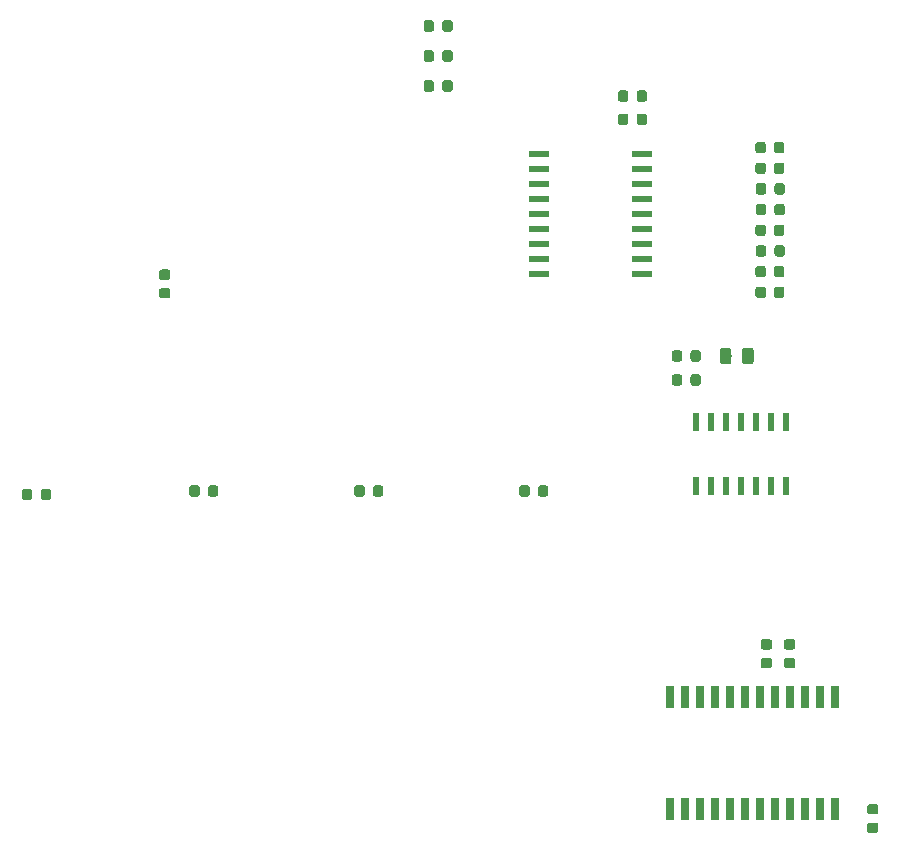
<source format=gbr>
G04 #@! TF.GenerationSoftware,KiCad,Pcbnew,5.0.2+dfsg1-1*
G04 #@! TF.CreationDate,2019-04-16T19:48:13-04:00*
G04 #@! TF.ProjectId,ThorntonAudio,54686f72-6e74-46f6-9e41-7564696f2e6b,rev?*
G04 #@! TF.SameCoordinates,Original*
G04 #@! TF.FileFunction,Paste,Top*
G04 #@! TF.FilePolarity,Positive*
%FSLAX46Y46*%
G04 Gerber Fmt 4.6, Leading zero omitted, Abs format (unit mm)*
G04 Created by KiCad (PCBNEW 5.0.2+dfsg1-1) date Tue 16 Apr 2019 07:48:13 PM EDT*
%MOMM*%
%LPD*%
G01*
G04 APERTURE LIST*
%ADD10C,0.100000*%
%ADD11C,0.875000*%
%ADD12R,1.725000X0.600000*%
%ADD13R,0.650000X1.950000*%
%ADD14R,0.600000X1.500000*%
%ADD15C,0.975000*%
G04 APERTURE END LIST*
D10*
G04 #@! TO.C,R13*
G36*
X209990191Y-95026053D02*
X210011426Y-95029203D01*
X210032250Y-95034419D01*
X210052462Y-95041651D01*
X210071868Y-95050830D01*
X210090281Y-95061866D01*
X210107524Y-95074654D01*
X210123430Y-95089070D01*
X210137846Y-95104976D01*
X210150634Y-95122219D01*
X210161670Y-95140632D01*
X210170849Y-95160038D01*
X210178081Y-95180250D01*
X210183297Y-95201074D01*
X210186447Y-95222309D01*
X210187500Y-95243750D01*
X210187500Y-95756250D01*
X210186447Y-95777691D01*
X210183297Y-95798926D01*
X210178081Y-95819750D01*
X210170849Y-95839962D01*
X210161670Y-95859368D01*
X210150634Y-95877781D01*
X210137846Y-95895024D01*
X210123430Y-95910930D01*
X210107524Y-95925346D01*
X210090281Y-95938134D01*
X210071868Y-95949170D01*
X210052462Y-95958349D01*
X210032250Y-95965581D01*
X210011426Y-95970797D01*
X209990191Y-95973947D01*
X209968750Y-95975000D01*
X209531250Y-95975000D01*
X209509809Y-95973947D01*
X209488574Y-95970797D01*
X209467750Y-95965581D01*
X209447538Y-95958349D01*
X209428132Y-95949170D01*
X209409719Y-95938134D01*
X209392476Y-95925346D01*
X209376570Y-95910930D01*
X209362154Y-95895024D01*
X209349366Y-95877781D01*
X209338330Y-95859368D01*
X209329151Y-95839962D01*
X209321919Y-95819750D01*
X209316703Y-95798926D01*
X209313553Y-95777691D01*
X209312500Y-95756250D01*
X209312500Y-95243750D01*
X209313553Y-95222309D01*
X209316703Y-95201074D01*
X209321919Y-95180250D01*
X209329151Y-95160038D01*
X209338330Y-95140632D01*
X209349366Y-95122219D01*
X209362154Y-95104976D01*
X209376570Y-95089070D01*
X209392476Y-95074654D01*
X209409719Y-95061866D01*
X209428132Y-95050830D01*
X209447538Y-95041651D01*
X209467750Y-95034419D01*
X209488574Y-95029203D01*
X209509809Y-95026053D01*
X209531250Y-95025000D01*
X209968750Y-95025000D01*
X209990191Y-95026053D01*
X209990191Y-95026053D01*
G37*
D11*
X209750000Y-95500000D03*
D10*
G36*
X211565191Y-95026053D02*
X211586426Y-95029203D01*
X211607250Y-95034419D01*
X211627462Y-95041651D01*
X211646868Y-95050830D01*
X211665281Y-95061866D01*
X211682524Y-95074654D01*
X211698430Y-95089070D01*
X211712846Y-95104976D01*
X211725634Y-95122219D01*
X211736670Y-95140632D01*
X211745849Y-95160038D01*
X211753081Y-95180250D01*
X211758297Y-95201074D01*
X211761447Y-95222309D01*
X211762500Y-95243750D01*
X211762500Y-95756250D01*
X211761447Y-95777691D01*
X211758297Y-95798926D01*
X211753081Y-95819750D01*
X211745849Y-95839962D01*
X211736670Y-95859368D01*
X211725634Y-95877781D01*
X211712846Y-95895024D01*
X211698430Y-95910930D01*
X211682524Y-95925346D01*
X211665281Y-95938134D01*
X211646868Y-95949170D01*
X211627462Y-95958349D01*
X211607250Y-95965581D01*
X211586426Y-95970797D01*
X211565191Y-95973947D01*
X211543750Y-95975000D01*
X211106250Y-95975000D01*
X211084809Y-95973947D01*
X211063574Y-95970797D01*
X211042750Y-95965581D01*
X211022538Y-95958349D01*
X211003132Y-95949170D01*
X210984719Y-95938134D01*
X210967476Y-95925346D01*
X210951570Y-95910930D01*
X210937154Y-95895024D01*
X210924366Y-95877781D01*
X210913330Y-95859368D01*
X210904151Y-95839962D01*
X210896919Y-95819750D01*
X210891703Y-95798926D01*
X210888553Y-95777691D01*
X210887500Y-95756250D01*
X210887500Y-95243750D01*
X210888553Y-95222309D01*
X210891703Y-95201074D01*
X210896919Y-95180250D01*
X210904151Y-95160038D01*
X210913330Y-95140632D01*
X210924366Y-95122219D01*
X210937154Y-95104976D01*
X210951570Y-95089070D01*
X210967476Y-95074654D01*
X210984719Y-95061866D01*
X211003132Y-95050830D01*
X211022538Y-95041651D01*
X211042750Y-95034419D01*
X211063574Y-95029203D01*
X211084809Y-95026053D01*
X211106250Y-95025000D01*
X211543750Y-95025000D01*
X211565191Y-95026053D01*
X211565191Y-95026053D01*
G37*
D11*
X211325000Y-95500000D03*
G04 #@! TD*
D10*
G04 #@! TO.C,R12*
G36*
X211527691Y-96776053D02*
X211548926Y-96779203D01*
X211569750Y-96784419D01*
X211589962Y-96791651D01*
X211609368Y-96800830D01*
X211627781Y-96811866D01*
X211645024Y-96824654D01*
X211660930Y-96839070D01*
X211675346Y-96854976D01*
X211688134Y-96872219D01*
X211699170Y-96890632D01*
X211708349Y-96910038D01*
X211715581Y-96930250D01*
X211720797Y-96951074D01*
X211723947Y-96972309D01*
X211725000Y-96993750D01*
X211725000Y-97506250D01*
X211723947Y-97527691D01*
X211720797Y-97548926D01*
X211715581Y-97569750D01*
X211708349Y-97589962D01*
X211699170Y-97609368D01*
X211688134Y-97627781D01*
X211675346Y-97645024D01*
X211660930Y-97660930D01*
X211645024Y-97675346D01*
X211627781Y-97688134D01*
X211609368Y-97699170D01*
X211589962Y-97708349D01*
X211569750Y-97715581D01*
X211548926Y-97720797D01*
X211527691Y-97723947D01*
X211506250Y-97725000D01*
X211068750Y-97725000D01*
X211047309Y-97723947D01*
X211026074Y-97720797D01*
X211005250Y-97715581D01*
X210985038Y-97708349D01*
X210965632Y-97699170D01*
X210947219Y-97688134D01*
X210929976Y-97675346D01*
X210914070Y-97660930D01*
X210899654Y-97645024D01*
X210886866Y-97627781D01*
X210875830Y-97609368D01*
X210866651Y-97589962D01*
X210859419Y-97569750D01*
X210854203Y-97548926D01*
X210851053Y-97527691D01*
X210850000Y-97506250D01*
X210850000Y-96993750D01*
X210851053Y-96972309D01*
X210854203Y-96951074D01*
X210859419Y-96930250D01*
X210866651Y-96910038D01*
X210875830Y-96890632D01*
X210886866Y-96872219D01*
X210899654Y-96854976D01*
X210914070Y-96839070D01*
X210929976Y-96824654D01*
X210947219Y-96811866D01*
X210965632Y-96800830D01*
X210985038Y-96791651D01*
X211005250Y-96784419D01*
X211026074Y-96779203D01*
X211047309Y-96776053D01*
X211068750Y-96775000D01*
X211506250Y-96775000D01*
X211527691Y-96776053D01*
X211527691Y-96776053D01*
G37*
D11*
X211287500Y-97250000D03*
D10*
G36*
X209952691Y-96776053D02*
X209973926Y-96779203D01*
X209994750Y-96784419D01*
X210014962Y-96791651D01*
X210034368Y-96800830D01*
X210052781Y-96811866D01*
X210070024Y-96824654D01*
X210085930Y-96839070D01*
X210100346Y-96854976D01*
X210113134Y-96872219D01*
X210124170Y-96890632D01*
X210133349Y-96910038D01*
X210140581Y-96930250D01*
X210145797Y-96951074D01*
X210148947Y-96972309D01*
X210150000Y-96993750D01*
X210150000Y-97506250D01*
X210148947Y-97527691D01*
X210145797Y-97548926D01*
X210140581Y-97569750D01*
X210133349Y-97589962D01*
X210124170Y-97609368D01*
X210113134Y-97627781D01*
X210100346Y-97645024D01*
X210085930Y-97660930D01*
X210070024Y-97675346D01*
X210052781Y-97688134D01*
X210034368Y-97699170D01*
X210014962Y-97708349D01*
X209994750Y-97715581D01*
X209973926Y-97720797D01*
X209952691Y-97723947D01*
X209931250Y-97725000D01*
X209493750Y-97725000D01*
X209472309Y-97723947D01*
X209451074Y-97720797D01*
X209430250Y-97715581D01*
X209410038Y-97708349D01*
X209390632Y-97699170D01*
X209372219Y-97688134D01*
X209354976Y-97675346D01*
X209339070Y-97660930D01*
X209324654Y-97645024D01*
X209311866Y-97627781D01*
X209300830Y-97609368D01*
X209291651Y-97589962D01*
X209284419Y-97569750D01*
X209279203Y-97548926D01*
X209276053Y-97527691D01*
X209275000Y-97506250D01*
X209275000Y-96993750D01*
X209276053Y-96972309D01*
X209279203Y-96951074D01*
X209284419Y-96930250D01*
X209291651Y-96910038D01*
X209300830Y-96890632D01*
X209311866Y-96872219D01*
X209324654Y-96854976D01*
X209339070Y-96839070D01*
X209354976Y-96824654D01*
X209372219Y-96811866D01*
X209390632Y-96800830D01*
X209410038Y-96791651D01*
X209430250Y-96784419D01*
X209451074Y-96779203D01*
X209472309Y-96776053D01*
X209493750Y-96775000D01*
X209931250Y-96775000D01*
X209952691Y-96776053D01*
X209952691Y-96776053D01*
G37*
D11*
X209712500Y-97250000D03*
G04 #@! TD*
D10*
G04 #@! TO.C,R11*
G36*
X209952691Y-98526053D02*
X209973926Y-98529203D01*
X209994750Y-98534419D01*
X210014962Y-98541651D01*
X210034368Y-98550830D01*
X210052781Y-98561866D01*
X210070024Y-98574654D01*
X210085930Y-98589070D01*
X210100346Y-98604976D01*
X210113134Y-98622219D01*
X210124170Y-98640632D01*
X210133349Y-98660038D01*
X210140581Y-98680250D01*
X210145797Y-98701074D01*
X210148947Y-98722309D01*
X210150000Y-98743750D01*
X210150000Y-99256250D01*
X210148947Y-99277691D01*
X210145797Y-99298926D01*
X210140581Y-99319750D01*
X210133349Y-99339962D01*
X210124170Y-99359368D01*
X210113134Y-99377781D01*
X210100346Y-99395024D01*
X210085930Y-99410930D01*
X210070024Y-99425346D01*
X210052781Y-99438134D01*
X210034368Y-99449170D01*
X210014962Y-99458349D01*
X209994750Y-99465581D01*
X209973926Y-99470797D01*
X209952691Y-99473947D01*
X209931250Y-99475000D01*
X209493750Y-99475000D01*
X209472309Y-99473947D01*
X209451074Y-99470797D01*
X209430250Y-99465581D01*
X209410038Y-99458349D01*
X209390632Y-99449170D01*
X209372219Y-99438134D01*
X209354976Y-99425346D01*
X209339070Y-99410930D01*
X209324654Y-99395024D01*
X209311866Y-99377781D01*
X209300830Y-99359368D01*
X209291651Y-99339962D01*
X209284419Y-99319750D01*
X209279203Y-99298926D01*
X209276053Y-99277691D01*
X209275000Y-99256250D01*
X209275000Y-98743750D01*
X209276053Y-98722309D01*
X209279203Y-98701074D01*
X209284419Y-98680250D01*
X209291651Y-98660038D01*
X209300830Y-98640632D01*
X209311866Y-98622219D01*
X209324654Y-98604976D01*
X209339070Y-98589070D01*
X209354976Y-98574654D01*
X209372219Y-98561866D01*
X209390632Y-98550830D01*
X209410038Y-98541651D01*
X209430250Y-98534419D01*
X209451074Y-98529203D01*
X209472309Y-98526053D01*
X209493750Y-98525000D01*
X209931250Y-98525000D01*
X209952691Y-98526053D01*
X209952691Y-98526053D01*
G37*
D11*
X209712500Y-99000000D03*
D10*
G36*
X211527691Y-98526053D02*
X211548926Y-98529203D01*
X211569750Y-98534419D01*
X211589962Y-98541651D01*
X211609368Y-98550830D01*
X211627781Y-98561866D01*
X211645024Y-98574654D01*
X211660930Y-98589070D01*
X211675346Y-98604976D01*
X211688134Y-98622219D01*
X211699170Y-98640632D01*
X211708349Y-98660038D01*
X211715581Y-98680250D01*
X211720797Y-98701074D01*
X211723947Y-98722309D01*
X211725000Y-98743750D01*
X211725000Y-99256250D01*
X211723947Y-99277691D01*
X211720797Y-99298926D01*
X211715581Y-99319750D01*
X211708349Y-99339962D01*
X211699170Y-99359368D01*
X211688134Y-99377781D01*
X211675346Y-99395024D01*
X211660930Y-99410930D01*
X211645024Y-99425346D01*
X211627781Y-99438134D01*
X211609368Y-99449170D01*
X211589962Y-99458349D01*
X211569750Y-99465581D01*
X211548926Y-99470797D01*
X211527691Y-99473947D01*
X211506250Y-99475000D01*
X211068750Y-99475000D01*
X211047309Y-99473947D01*
X211026074Y-99470797D01*
X211005250Y-99465581D01*
X210985038Y-99458349D01*
X210965632Y-99449170D01*
X210947219Y-99438134D01*
X210929976Y-99425346D01*
X210914070Y-99410930D01*
X210899654Y-99395024D01*
X210886866Y-99377781D01*
X210875830Y-99359368D01*
X210866651Y-99339962D01*
X210859419Y-99319750D01*
X210854203Y-99298926D01*
X210851053Y-99277691D01*
X210850000Y-99256250D01*
X210850000Y-98743750D01*
X210851053Y-98722309D01*
X210854203Y-98701074D01*
X210859419Y-98680250D01*
X210866651Y-98660038D01*
X210875830Y-98640632D01*
X210886866Y-98622219D01*
X210899654Y-98604976D01*
X210914070Y-98589070D01*
X210929976Y-98574654D01*
X210947219Y-98561866D01*
X210965632Y-98550830D01*
X210985038Y-98541651D01*
X211005250Y-98534419D01*
X211026074Y-98529203D01*
X211047309Y-98526053D01*
X211068750Y-98525000D01*
X211506250Y-98525000D01*
X211527691Y-98526053D01*
X211527691Y-98526053D01*
G37*
D11*
X211287500Y-99000000D03*
G04 #@! TD*
D10*
G04 #@! TO.C,R15*
G36*
X211565191Y-91526053D02*
X211586426Y-91529203D01*
X211607250Y-91534419D01*
X211627462Y-91541651D01*
X211646868Y-91550830D01*
X211665281Y-91561866D01*
X211682524Y-91574654D01*
X211698430Y-91589070D01*
X211712846Y-91604976D01*
X211725634Y-91622219D01*
X211736670Y-91640632D01*
X211745849Y-91660038D01*
X211753081Y-91680250D01*
X211758297Y-91701074D01*
X211761447Y-91722309D01*
X211762500Y-91743750D01*
X211762500Y-92256250D01*
X211761447Y-92277691D01*
X211758297Y-92298926D01*
X211753081Y-92319750D01*
X211745849Y-92339962D01*
X211736670Y-92359368D01*
X211725634Y-92377781D01*
X211712846Y-92395024D01*
X211698430Y-92410930D01*
X211682524Y-92425346D01*
X211665281Y-92438134D01*
X211646868Y-92449170D01*
X211627462Y-92458349D01*
X211607250Y-92465581D01*
X211586426Y-92470797D01*
X211565191Y-92473947D01*
X211543750Y-92475000D01*
X211106250Y-92475000D01*
X211084809Y-92473947D01*
X211063574Y-92470797D01*
X211042750Y-92465581D01*
X211022538Y-92458349D01*
X211003132Y-92449170D01*
X210984719Y-92438134D01*
X210967476Y-92425346D01*
X210951570Y-92410930D01*
X210937154Y-92395024D01*
X210924366Y-92377781D01*
X210913330Y-92359368D01*
X210904151Y-92339962D01*
X210896919Y-92319750D01*
X210891703Y-92298926D01*
X210888553Y-92277691D01*
X210887500Y-92256250D01*
X210887500Y-91743750D01*
X210888553Y-91722309D01*
X210891703Y-91701074D01*
X210896919Y-91680250D01*
X210904151Y-91660038D01*
X210913330Y-91640632D01*
X210924366Y-91622219D01*
X210937154Y-91604976D01*
X210951570Y-91589070D01*
X210967476Y-91574654D01*
X210984719Y-91561866D01*
X211003132Y-91550830D01*
X211022538Y-91541651D01*
X211042750Y-91534419D01*
X211063574Y-91529203D01*
X211084809Y-91526053D01*
X211106250Y-91525000D01*
X211543750Y-91525000D01*
X211565191Y-91526053D01*
X211565191Y-91526053D01*
G37*
D11*
X211325000Y-92000000D03*
D10*
G36*
X209990191Y-91526053D02*
X210011426Y-91529203D01*
X210032250Y-91534419D01*
X210052462Y-91541651D01*
X210071868Y-91550830D01*
X210090281Y-91561866D01*
X210107524Y-91574654D01*
X210123430Y-91589070D01*
X210137846Y-91604976D01*
X210150634Y-91622219D01*
X210161670Y-91640632D01*
X210170849Y-91660038D01*
X210178081Y-91680250D01*
X210183297Y-91701074D01*
X210186447Y-91722309D01*
X210187500Y-91743750D01*
X210187500Y-92256250D01*
X210186447Y-92277691D01*
X210183297Y-92298926D01*
X210178081Y-92319750D01*
X210170849Y-92339962D01*
X210161670Y-92359368D01*
X210150634Y-92377781D01*
X210137846Y-92395024D01*
X210123430Y-92410930D01*
X210107524Y-92425346D01*
X210090281Y-92438134D01*
X210071868Y-92449170D01*
X210052462Y-92458349D01*
X210032250Y-92465581D01*
X210011426Y-92470797D01*
X209990191Y-92473947D01*
X209968750Y-92475000D01*
X209531250Y-92475000D01*
X209509809Y-92473947D01*
X209488574Y-92470797D01*
X209467750Y-92465581D01*
X209447538Y-92458349D01*
X209428132Y-92449170D01*
X209409719Y-92438134D01*
X209392476Y-92425346D01*
X209376570Y-92410930D01*
X209362154Y-92395024D01*
X209349366Y-92377781D01*
X209338330Y-92359368D01*
X209329151Y-92339962D01*
X209321919Y-92319750D01*
X209316703Y-92298926D01*
X209313553Y-92277691D01*
X209312500Y-92256250D01*
X209312500Y-91743750D01*
X209313553Y-91722309D01*
X209316703Y-91701074D01*
X209321919Y-91680250D01*
X209329151Y-91660038D01*
X209338330Y-91640632D01*
X209349366Y-91622219D01*
X209362154Y-91604976D01*
X209376570Y-91589070D01*
X209392476Y-91574654D01*
X209409719Y-91561866D01*
X209428132Y-91550830D01*
X209447538Y-91541651D01*
X209467750Y-91534419D01*
X209488574Y-91529203D01*
X209509809Y-91526053D01*
X209531250Y-91525000D01*
X209968750Y-91525000D01*
X209990191Y-91526053D01*
X209990191Y-91526053D01*
G37*
D11*
X209750000Y-92000000D03*
G04 #@! TD*
D10*
G04 #@! TO.C,R16*
G36*
X209990191Y-89776053D02*
X210011426Y-89779203D01*
X210032250Y-89784419D01*
X210052462Y-89791651D01*
X210071868Y-89800830D01*
X210090281Y-89811866D01*
X210107524Y-89824654D01*
X210123430Y-89839070D01*
X210137846Y-89854976D01*
X210150634Y-89872219D01*
X210161670Y-89890632D01*
X210170849Y-89910038D01*
X210178081Y-89930250D01*
X210183297Y-89951074D01*
X210186447Y-89972309D01*
X210187500Y-89993750D01*
X210187500Y-90506250D01*
X210186447Y-90527691D01*
X210183297Y-90548926D01*
X210178081Y-90569750D01*
X210170849Y-90589962D01*
X210161670Y-90609368D01*
X210150634Y-90627781D01*
X210137846Y-90645024D01*
X210123430Y-90660930D01*
X210107524Y-90675346D01*
X210090281Y-90688134D01*
X210071868Y-90699170D01*
X210052462Y-90708349D01*
X210032250Y-90715581D01*
X210011426Y-90720797D01*
X209990191Y-90723947D01*
X209968750Y-90725000D01*
X209531250Y-90725000D01*
X209509809Y-90723947D01*
X209488574Y-90720797D01*
X209467750Y-90715581D01*
X209447538Y-90708349D01*
X209428132Y-90699170D01*
X209409719Y-90688134D01*
X209392476Y-90675346D01*
X209376570Y-90660930D01*
X209362154Y-90645024D01*
X209349366Y-90627781D01*
X209338330Y-90609368D01*
X209329151Y-90589962D01*
X209321919Y-90569750D01*
X209316703Y-90548926D01*
X209313553Y-90527691D01*
X209312500Y-90506250D01*
X209312500Y-89993750D01*
X209313553Y-89972309D01*
X209316703Y-89951074D01*
X209321919Y-89930250D01*
X209329151Y-89910038D01*
X209338330Y-89890632D01*
X209349366Y-89872219D01*
X209362154Y-89854976D01*
X209376570Y-89839070D01*
X209392476Y-89824654D01*
X209409719Y-89811866D01*
X209428132Y-89800830D01*
X209447538Y-89791651D01*
X209467750Y-89784419D01*
X209488574Y-89779203D01*
X209509809Y-89776053D01*
X209531250Y-89775000D01*
X209968750Y-89775000D01*
X209990191Y-89776053D01*
X209990191Y-89776053D01*
G37*
D11*
X209750000Y-90250000D03*
D10*
G36*
X211565191Y-89776053D02*
X211586426Y-89779203D01*
X211607250Y-89784419D01*
X211627462Y-89791651D01*
X211646868Y-89800830D01*
X211665281Y-89811866D01*
X211682524Y-89824654D01*
X211698430Y-89839070D01*
X211712846Y-89854976D01*
X211725634Y-89872219D01*
X211736670Y-89890632D01*
X211745849Y-89910038D01*
X211753081Y-89930250D01*
X211758297Y-89951074D01*
X211761447Y-89972309D01*
X211762500Y-89993750D01*
X211762500Y-90506250D01*
X211761447Y-90527691D01*
X211758297Y-90548926D01*
X211753081Y-90569750D01*
X211745849Y-90589962D01*
X211736670Y-90609368D01*
X211725634Y-90627781D01*
X211712846Y-90645024D01*
X211698430Y-90660930D01*
X211682524Y-90675346D01*
X211665281Y-90688134D01*
X211646868Y-90699170D01*
X211627462Y-90708349D01*
X211607250Y-90715581D01*
X211586426Y-90720797D01*
X211565191Y-90723947D01*
X211543750Y-90725000D01*
X211106250Y-90725000D01*
X211084809Y-90723947D01*
X211063574Y-90720797D01*
X211042750Y-90715581D01*
X211022538Y-90708349D01*
X211003132Y-90699170D01*
X210984719Y-90688134D01*
X210967476Y-90675346D01*
X210951570Y-90660930D01*
X210937154Y-90645024D01*
X210924366Y-90627781D01*
X210913330Y-90609368D01*
X210904151Y-90589962D01*
X210896919Y-90569750D01*
X210891703Y-90548926D01*
X210888553Y-90527691D01*
X210887500Y-90506250D01*
X210887500Y-89993750D01*
X210888553Y-89972309D01*
X210891703Y-89951074D01*
X210896919Y-89930250D01*
X210904151Y-89910038D01*
X210913330Y-89890632D01*
X210924366Y-89872219D01*
X210937154Y-89854976D01*
X210951570Y-89839070D01*
X210967476Y-89824654D01*
X210984719Y-89811866D01*
X211003132Y-89800830D01*
X211022538Y-89791651D01*
X211042750Y-89784419D01*
X211063574Y-89779203D01*
X211084809Y-89776053D01*
X211106250Y-89775000D01*
X211543750Y-89775000D01*
X211565191Y-89776053D01*
X211565191Y-89776053D01*
G37*
D11*
X211325000Y-90250000D03*
G04 #@! TD*
D10*
G04 #@! TO.C,R17*
G36*
X211527691Y-88026053D02*
X211548926Y-88029203D01*
X211569750Y-88034419D01*
X211589962Y-88041651D01*
X211609368Y-88050830D01*
X211627781Y-88061866D01*
X211645024Y-88074654D01*
X211660930Y-88089070D01*
X211675346Y-88104976D01*
X211688134Y-88122219D01*
X211699170Y-88140632D01*
X211708349Y-88160038D01*
X211715581Y-88180250D01*
X211720797Y-88201074D01*
X211723947Y-88222309D01*
X211725000Y-88243750D01*
X211725000Y-88756250D01*
X211723947Y-88777691D01*
X211720797Y-88798926D01*
X211715581Y-88819750D01*
X211708349Y-88839962D01*
X211699170Y-88859368D01*
X211688134Y-88877781D01*
X211675346Y-88895024D01*
X211660930Y-88910930D01*
X211645024Y-88925346D01*
X211627781Y-88938134D01*
X211609368Y-88949170D01*
X211589962Y-88958349D01*
X211569750Y-88965581D01*
X211548926Y-88970797D01*
X211527691Y-88973947D01*
X211506250Y-88975000D01*
X211068750Y-88975000D01*
X211047309Y-88973947D01*
X211026074Y-88970797D01*
X211005250Y-88965581D01*
X210985038Y-88958349D01*
X210965632Y-88949170D01*
X210947219Y-88938134D01*
X210929976Y-88925346D01*
X210914070Y-88910930D01*
X210899654Y-88895024D01*
X210886866Y-88877781D01*
X210875830Y-88859368D01*
X210866651Y-88839962D01*
X210859419Y-88819750D01*
X210854203Y-88798926D01*
X210851053Y-88777691D01*
X210850000Y-88756250D01*
X210850000Y-88243750D01*
X210851053Y-88222309D01*
X210854203Y-88201074D01*
X210859419Y-88180250D01*
X210866651Y-88160038D01*
X210875830Y-88140632D01*
X210886866Y-88122219D01*
X210899654Y-88104976D01*
X210914070Y-88089070D01*
X210929976Y-88074654D01*
X210947219Y-88061866D01*
X210965632Y-88050830D01*
X210985038Y-88041651D01*
X211005250Y-88034419D01*
X211026074Y-88029203D01*
X211047309Y-88026053D01*
X211068750Y-88025000D01*
X211506250Y-88025000D01*
X211527691Y-88026053D01*
X211527691Y-88026053D01*
G37*
D11*
X211287500Y-88500000D03*
D10*
G36*
X209952691Y-88026053D02*
X209973926Y-88029203D01*
X209994750Y-88034419D01*
X210014962Y-88041651D01*
X210034368Y-88050830D01*
X210052781Y-88061866D01*
X210070024Y-88074654D01*
X210085930Y-88089070D01*
X210100346Y-88104976D01*
X210113134Y-88122219D01*
X210124170Y-88140632D01*
X210133349Y-88160038D01*
X210140581Y-88180250D01*
X210145797Y-88201074D01*
X210148947Y-88222309D01*
X210150000Y-88243750D01*
X210150000Y-88756250D01*
X210148947Y-88777691D01*
X210145797Y-88798926D01*
X210140581Y-88819750D01*
X210133349Y-88839962D01*
X210124170Y-88859368D01*
X210113134Y-88877781D01*
X210100346Y-88895024D01*
X210085930Y-88910930D01*
X210070024Y-88925346D01*
X210052781Y-88938134D01*
X210034368Y-88949170D01*
X210014962Y-88958349D01*
X209994750Y-88965581D01*
X209973926Y-88970797D01*
X209952691Y-88973947D01*
X209931250Y-88975000D01*
X209493750Y-88975000D01*
X209472309Y-88973947D01*
X209451074Y-88970797D01*
X209430250Y-88965581D01*
X209410038Y-88958349D01*
X209390632Y-88949170D01*
X209372219Y-88938134D01*
X209354976Y-88925346D01*
X209339070Y-88910930D01*
X209324654Y-88895024D01*
X209311866Y-88877781D01*
X209300830Y-88859368D01*
X209291651Y-88839962D01*
X209284419Y-88819750D01*
X209279203Y-88798926D01*
X209276053Y-88777691D01*
X209275000Y-88756250D01*
X209275000Y-88243750D01*
X209276053Y-88222309D01*
X209279203Y-88201074D01*
X209284419Y-88180250D01*
X209291651Y-88160038D01*
X209300830Y-88140632D01*
X209311866Y-88122219D01*
X209324654Y-88104976D01*
X209339070Y-88089070D01*
X209354976Y-88074654D01*
X209372219Y-88061866D01*
X209390632Y-88050830D01*
X209410038Y-88041651D01*
X209430250Y-88034419D01*
X209451074Y-88029203D01*
X209472309Y-88026053D01*
X209493750Y-88025000D01*
X209931250Y-88025000D01*
X209952691Y-88026053D01*
X209952691Y-88026053D01*
G37*
D11*
X209712500Y-88500000D03*
G04 #@! TD*
D10*
G04 #@! TO.C,R18*
G36*
X209952691Y-86276053D02*
X209973926Y-86279203D01*
X209994750Y-86284419D01*
X210014962Y-86291651D01*
X210034368Y-86300830D01*
X210052781Y-86311866D01*
X210070024Y-86324654D01*
X210085930Y-86339070D01*
X210100346Y-86354976D01*
X210113134Y-86372219D01*
X210124170Y-86390632D01*
X210133349Y-86410038D01*
X210140581Y-86430250D01*
X210145797Y-86451074D01*
X210148947Y-86472309D01*
X210150000Y-86493750D01*
X210150000Y-87006250D01*
X210148947Y-87027691D01*
X210145797Y-87048926D01*
X210140581Y-87069750D01*
X210133349Y-87089962D01*
X210124170Y-87109368D01*
X210113134Y-87127781D01*
X210100346Y-87145024D01*
X210085930Y-87160930D01*
X210070024Y-87175346D01*
X210052781Y-87188134D01*
X210034368Y-87199170D01*
X210014962Y-87208349D01*
X209994750Y-87215581D01*
X209973926Y-87220797D01*
X209952691Y-87223947D01*
X209931250Y-87225000D01*
X209493750Y-87225000D01*
X209472309Y-87223947D01*
X209451074Y-87220797D01*
X209430250Y-87215581D01*
X209410038Y-87208349D01*
X209390632Y-87199170D01*
X209372219Y-87188134D01*
X209354976Y-87175346D01*
X209339070Y-87160930D01*
X209324654Y-87145024D01*
X209311866Y-87127781D01*
X209300830Y-87109368D01*
X209291651Y-87089962D01*
X209284419Y-87069750D01*
X209279203Y-87048926D01*
X209276053Y-87027691D01*
X209275000Y-87006250D01*
X209275000Y-86493750D01*
X209276053Y-86472309D01*
X209279203Y-86451074D01*
X209284419Y-86430250D01*
X209291651Y-86410038D01*
X209300830Y-86390632D01*
X209311866Y-86372219D01*
X209324654Y-86354976D01*
X209339070Y-86339070D01*
X209354976Y-86324654D01*
X209372219Y-86311866D01*
X209390632Y-86300830D01*
X209410038Y-86291651D01*
X209430250Y-86284419D01*
X209451074Y-86279203D01*
X209472309Y-86276053D01*
X209493750Y-86275000D01*
X209931250Y-86275000D01*
X209952691Y-86276053D01*
X209952691Y-86276053D01*
G37*
D11*
X209712500Y-86750000D03*
D10*
G36*
X211527691Y-86276053D02*
X211548926Y-86279203D01*
X211569750Y-86284419D01*
X211589962Y-86291651D01*
X211609368Y-86300830D01*
X211627781Y-86311866D01*
X211645024Y-86324654D01*
X211660930Y-86339070D01*
X211675346Y-86354976D01*
X211688134Y-86372219D01*
X211699170Y-86390632D01*
X211708349Y-86410038D01*
X211715581Y-86430250D01*
X211720797Y-86451074D01*
X211723947Y-86472309D01*
X211725000Y-86493750D01*
X211725000Y-87006250D01*
X211723947Y-87027691D01*
X211720797Y-87048926D01*
X211715581Y-87069750D01*
X211708349Y-87089962D01*
X211699170Y-87109368D01*
X211688134Y-87127781D01*
X211675346Y-87145024D01*
X211660930Y-87160930D01*
X211645024Y-87175346D01*
X211627781Y-87188134D01*
X211609368Y-87199170D01*
X211589962Y-87208349D01*
X211569750Y-87215581D01*
X211548926Y-87220797D01*
X211527691Y-87223947D01*
X211506250Y-87225000D01*
X211068750Y-87225000D01*
X211047309Y-87223947D01*
X211026074Y-87220797D01*
X211005250Y-87215581D01*
X210985038Y-87208349D01*
X210965632Y-87199170D01*
X210947219Y-87188134D01*
X210929976Y-87175346D01*
X210914070Y-87160930D01*
X210899654Y-87145024D01*
X210886866Y-87127781D01*
X210875830Y-87109368D01*
X210866651Y-87089962D01*
X210859419Y-87069750D01*
X210854203Y-87048926D01*
X210851053Y-87027691D01*
X210850000Y-87006250D01*
X210850000Y-86493750D01*
X210851053Y-86472309D01*
X210854203Y-86451074D01*
X210859419Y-86430250D01*
X210866651Y-86410038D01*
X210875830Y-86390632D01*
X210886866Y-86372219D01*
X210899654Y-86354976D01*
X210914070Y-86339070D01*
X210929976Y-86324654D01*
X210947219Y-86311866D01*
X210965632Y-86300830D01*
X210985038Y-86291651D01*
X211005250Y-86284419D01*
X211026074Y-86279203D01*
X211047309Y-86276053D01*
X211068750Y-86275000D01*
X211506250Y-86275000D01*
X211527691Y-86276053D01*
X211527691Y-86276053D01*
G37*
D11*
X211287500Y-86750000D03*
G04 #@! TD*
D10*
G04 #@! TO.C,R14*
G36*
X211527691Y-93276053D02*
X211548926Y-93279203D01*
X211569750Y-93284419D01*
X211589962Y-93291651D01*
X211609368Y-93300830D01*
X211627781Y-93311866D01*
X211645024Y-93324654D01*
X211660930Y-93339070D01*
X211675346Y-93354976D01*
X211688134Y-93372219D01*
X211699170Y-93390632D01*
X211708349Y-93410038D01*
X211715581Y-93430250D01*
X211720797Y-93451074D01*
X211723947Y-93472309D01*
X211725000Y-93493750D01*
X211725000Y-94006250D01*
X211723947Y-94027691D01*
X211720797Y-94048926D01*
X211715581Y-94069750D01*
X211708349Y-94089962D01*
X211699170Y-94109368D01*
X211688134Y-94127781D01*
X211675346Y-94145024D01*
X211660930Y-94160930D01*
X211645024Y-94175346D01*
X211627781Y-94188134D01*
X211609368Y-94199170D01*
X211589962Y-94208349D01*
X211569750Y-94215581D01*
X211548926Y-94220797D01*
X211527691Y-94223947D01*
X211506250Y-94225000D01*
X211068750Y-94225000D01*
X211047309Y-94223947D01*
X211026074Y-94220797D01*
X211005250Y-94215581D01*
X210985038Y-94208349D01*
X210965632Y-94199170D01*
X210947219Y-94188134D01*
X210929976Y-94175346D01*
X210914070Y-94160930D01*
X210899654Y-94145024D01*
X210886866Y-94127781D01*
X210875830Y-94109368D01*
X210866651Y-94089962D01*
X210859419Y-94069750D01*
X210854203Y-94048926D01*
X210851053Y-94027691D01*
X210850000Y-94006250D01*
X210850000Y-93493750D01*
X210851053Y-93472309D01*
X210854203Y-93451074D01*
X210859419Y-93430250D01*
X210866651Y-93410038D01*
X210875830Y-93390632D01*
X210886866Y-93372219D01*
X210899654Y-93354976D01*
X210914070Y-93339070D01*
X210929976Y-93324654D01*
X210947219Y-93311866D01*
X210965632Y-93300830D01*
X210985038Y-93291651D01*
X211005250Y-93284419D01*
X211026074Y-93279203D01*
X211047309Y-93276053D01*
X211068750Y-93275000D01*
X211506250Y-93275000D01*
X211527691Y-93276053D01*
X211527691Y-93276053D01*
G37*
D11*
X211287500Y-93750000D03*
D10*
G36*
X209952691Y-93276053D02*
X209973926Y-93279203D01*
X209994750Y-93284419D01*
X210014962Y-93291651D01*
X210034368Y-93300830D01*
X210052781Y-93311866D01*
X210070024Y-93324654D01*
X210085930Y-93339070D01*
X210100346Y-93354976D01*
X210113134Y-93372219D01*
X210124170Y-93390632D01*
X210133349Y-93410038D01*
X210140581Y-93430250D01*
X210145797Y-93451074D01*
X210148947Y-93472309D01*
X210150000Y-93493750D01*
X210150000Y-94006250D01*
X210148947Y-94027691D01*
X210145797Y-94048926D01*
X210140581Y-94069750D01*
X210133349Y-94089962D01*
X210124170Y-94109368D01*
X210113134Y-94127781D01*
X210100346Y-94145024D01*
X210085930Y-94160930D01*
X210070024Y-94175346D01*
X210052781Y-94188134D01*
X210034368Y-94199170D01*
X210014962Y-94208349D01*
X209994750Y-94215581D01*
X209973926Y-94220797D01*
X209952691Y-94223947D01*
X209931250Y-94225000D01*
X209493750Y-94225000D01*
X209472309Y-94223947D01*
X209451074Y-94220797D01*
X209430250Y-94215581D01*
X209410038Y-94208349D01*
X209390632Y-94199170D01*
X209372219Y-94188134D01*
X209354976Y-94175346D01*
X209339070Y-94160930D01*
X209324654Y-94145024D01*
X209311866Y-94127781D01*
X209300830Y-94109368D01*
X209291651Y-94089962D01*
X209284419Y-94069750D01*
X209279203Y-94048926D01*
X209276053Y-94027691D01*
X209275000Y-94006250D01*
X209275000Y-93493750D01*
X209276053Y-93472309D01*
X209279203Y-93451074D01*
X209284419Y-93430250D01*
X209291651Y-93410038D01*
X209300830Y-93390632D01*
X209311866Y-93372219D01*
X209324654Y-93354976D01*
X209339070Y-93339070D01*
X209354976Y-93324654D01*
X209372219Y-93311866D01*
X209390632Y-93300830D01*
X209410038Y-93291651D01*
X209430250Y-93284419D01*
X209451074Y-93279203D01*
X209472309Y-93276053D01*
X209493750Y-93275000D01*
X209931250Y-93275000D01*
X209952691Y-93276053D01*
X209952691Y-93276053D01*
G37*
D11*
X209712500Y-93750000D03*
G04 #@! TD*
D10*
G04 #@! TO.C,R19*
G36*
X219492691Y-143913553D02*
X219513926Y-143916703D01*
X219534750Y-143921919D01*
X219554962Y-143929151D01*
X219574368Y-143938330D01*
X219592781Y-143949366D01*
X219610024Y-143962154D01*
X219625930Y-143976570D01*
X219640346Y-143992476D01*
X219653134Y-144009719D01*
X219664170Y-144028132D01*
X219673349Y-144047538D01*
X219680581Y-144067750D01*
X219685797Y-144088574D01*
X219688947Y-144109809D01*
X219690000Y-144131250D01*
X219690000Y-144568750D01*
X219688947Y-144590191D01*
X219685797Y-144611426D01*
X219680581Y-144632250D01*
X219673349Y-144652462D01*
X219664170Y-144671868D01*
X219653134Y-144690281D01*
X219640346Y-144707524D01*
X219625930Y-144723430D01*
X219610024Y-144737846D01*
X219592781Y-144750634D01*
X219574368Y-144761670D01*
X219554962Y-144770849D01*
X219534750Y-144778081D01*
X219513926Y-144783297D01*
X219492691Y-144786447D01*
X219471250Y-144787500D01*
X218958750Y-144787500D01*
X218937309Y-144786447D01*
X218916074Y-144783297D01*
X218895250Y-144778081D01*
X218875038Y-144770849D01*
X218855632Y-144761670D01*
X218837219Y-144750634D01*
X218819976Y-144737846D01*
X218804070Y-144723430D01*
X218789654Y-144707524D01*
X218776866Y-144690281D01*
X218765830Y-144671868D01*
X218756651Y-144652462D01*
X218749419Y-144632250D01*
X218744203Y-144611426D01*
X218741053Y-144590191D01*
X218740000Y-144568750D01*
X218740000Y-144131250D01*
X218741053Y-144109809D01*
X218744203Y-144088574D01*
X218749419Y-144067750D01*
X218756651Y-144047538D01*
X218765830Y-144028132D01*
X218776866Y-144009719D01*
X218789654Y-143992476D01*
X218804070Y-143976570D01*
X218819976Y-143962154D01*
X218837219Y-143949366D01*
X218855632Y-143938330D01*
X218875038Y-143929151D01*
X218895250Y-143921919D01*
X218916074Y-143916703D01*
X218937309Y-143913553D01*
X218958750Y-143912500D01*
X219471250Y-143912500D01*
X219492691Y-143913553D01*
X219492691Y-143913553D01*
G37*
D11*
X219215000Y-144350000D03*
D10*
G36*
X219492691Y-142338553D02*
X219513926Y-142341703D01*
X219534750Y-142346919D01*
X219554962Y-142354151D01*
X219574368Y-142363330D01*
X219592781Y-142374366D01*
X219610024Y-142387154D01*
X219625930Y-142401570D01*
X219640346Y-142417476D01*
X219653134Y-142434719D01*
X219664170Y-142453132D01*
X219673349Y-142472538D01*
X219680581Y-142492750D01*
X219685797Y-142513574D01*
X219688947Y-142534809D01*
X219690000Y-142556250D01*
X219690000Y-142993750D01*
X219688947Y-143015191D01*
X219685797Y-143036426D01*
X219680581Y-143057250D01*
X219673349Y-143077462D01*
X219664170Y-143096868D01*
X219653134Y-143115281D01*
X219640346Y-143132524D01*
X219625930Y-143148430D01*
X219610024Y-143162846D01*
X219592781Y-143175634D01*
X219574368Y-143186670D01*
X219554962Y-143195849D01*
X219534750Y-143203081D01*
X219513926Y-143208297D01*
X219492691Y-143211447D01*
X219471250Y-143212500D01*
X218958750Y-143212500D01*
X218937309Y-143211447D01*
X218916074Y-143208297D01*
X218895250Y-143203081D01*
X218875038Y-143195849D01*
X218855632Y-143186670D01*
X218837219Y-143175634D01*
X218819976Y-143162846D01*
X218804070Y-143148430D01*
X218789654Y-143132524D01*
X218776866Y-143115281D01*
X218765830Y-143096868D01*
X218756651Y-143077462D01*
X218749419Y-143057250D01*
X218744203Y-143036426D01*
X218741053Y-143015191D01*
X218740000Y-142993750D01*
X218740000Y-142556250D01*
X218741053Y-142534809D01*
X218744203Y-142513574D01*
X218749419Y-142492750D01*
X218756651Y-142472538D01*
X218765830Y-142453132D01*
X218776866Y-142434719D01*
X218789654Y-142417476D01*
X218804070Y-142401570D01*
X218819976Y-142387154D01*
X218837219Y-142374366D01*
X218855632Y-142363330D01*
X218875038Y-142354151D01*
X218895250Y-142346919D01*
X218916074Y-142341703D01*
X218937309Y-142338553D01*
X218958750Y-142337500D01*
X219471250Y-142337500D01*
X219492691Y-142338553D01*
X219492691Y-142338553D01*
G37*
D11*
X219215000Y-142775000D03*
G04 #@! TD*
D10*
G04 #@! TO.C,C16*
G36*
X212452691Y-128376053D02*
X212473926Y-128379203D01*
X212494750Y-128384419D01*
X212514962Y-128391651D01*
X212534368Y-128400830D01*
X212552781Y-128411866D01*
X212570024Y-128424654D01*
X212585930Y-128439070D01*
X212600346Y-128454976D01*
X212613134Y-128472219D01*
X212624170Y-128490632D01*
X212633349Y-128510038D01*
X212640581Y-128530250D01*
X212645797Y-128551074D01*
X212648947Y-128572309D01*
X212650000Y-128593750D01*
X212650000Y-129031250D01*
X212648947Y-129052691D01*
X212645797Y-129073926D01*
X212640581Y-129094750D01*
X212633349Y-129114962D01*
X212624170Y-129134368D01*
X212613134Y-129152781D01*
X212600346Y-129170024D01*
X212585930Y-129185930D01*
X212570024Y-129200346D01*
X212552781Y-129213134D01*
X212534368Y-129224170D01*
X212514962Y-129233349D01*
X212494750Y-129240581D01*
X212473926Y-129245797D01*
X212452691Y-129248947D01*
X212431250Y-129250000D01*
X211918750Y-129250000D01*
X211897309Y-129248947D01*
X211876074Y-129245797D01*
X211855250Y-129240581D01*
X211835038Y-129233349D01*
X211815632Y-129224170D01*
X211797219Y-129213134D01*
X211779976Y-129200346D01*
X211764070Y-129185930D01*
X211749654Y-129170024D01*
X211736866Y-129152781D01*
X211725830Y-129134368D01*
X211716651Y-129114962D01*
X211709419Y-129094750D01*
X211704203Y-129073926D01*
X211701053Y-129052691D01*
X211700000Y-129031250D01*
X211700000Y-128593750D01*
X211701053Y-128572309D01*
X211704203Y-128551074D01*
X211709419Y-128530250D01*
X211716651Y-128510038D01*
X211725830Y-128490632D01*
X211736866Y-128472219D01*
X211749654Y-128454976D01*
X211764070Y-128439070D01*
X211779976Y-128424654D01*
X211797219Y-128411866D01*
X211815632Y-128400830D01*
X211835038Y-128391651D01*
X211855250Y-128384419D01*
X211876074Y-128379203D01*
X211897309Y-128376053D01*
X211918750Y-128375000D01*
X212431250Y-128375000D01*
X212452691Y-128376053D01*
X212452691Y-128376053D01*
G37*
D11*
X212175000Y-128812500D03*
D10*
G36*
X212452691Y-129951053D02*
X212473926Y-129954203D01*
X212494750Y-129959419D01*
X212514962Y-129966651D01*
X212534368Y-129975830D01*
X212552781Y-129986866D01*
X212570024Y-129999654D01*
X212585930Y-130014070D01*
X212600346Y-130029976D01*
X212613134Y-130047219D01*
X212624170Y-130065632D01*
X212633349Y-130085038D01*
X212640581Y-130105250D01*
X212645797Y-130126074D01*
X212648947Y-130147309D01*
X212650000Y-130168750D01*
X212650000Y-130606250D01*
X212648947Y-130627691D01*
X212645797Y-130648926D01*
X212640581Y-130669750D01*
X212633349Y-130689962D01*
X212624170Y-130709368D01*
X212613134Y-130727781D01*
X212600346Y-130745024D01*
X212585930Y-130760930D01*
X212570024Y-130775346D01*
X212552781Y-130788134D01*
X212534368Y-130799170D01*
X212514962Y-130808349D01*
X212494750Y-130815581D01*
X212473926Y-130820797D01*
X212452691Y-130823947D01*
X212431250Y-130825000D01*
X211918750Y-130825000D01*
X211897309Y-130823947D01*
X211876074Y-130820797D01*
X211855250Y-130815581D01*
X211835038Y-130808349D01*
X211815632Y-130799170D01*
X211797219Y-130788134D01*
X211779976Y-130775346D01*
X211764070Y-130760930D01*
X211749654Y-130745024D01*
X211736866Y-130727781D01*
X211725830Y-130709368D01*
X211716651Y-130689962D01*
X211709419Y-130669750D01*
X211704203Y-130648926D01*
X211701053Y-130627691D01*
X211700000Y-130606250D01*
X211700000Y-130168750D01*
X211701053Y-130147309D01*
X211704203Y-130126074D01*
X211709419Y-130105250D01*
X211716651Y-130085038D01*
X211725830Y-130065632D01*
X211736866Y-130047219D01*
X211749654Y-130029976D01*
X211764070Y-130014070D01*
X211779976Y-129999654D01*
X211797219Y-129986866D01*
X211815632Y-129975830D01*
X211835038Y-129966651D01*
X211855250Y-129959419D01*
X211876074Y-129954203D01*
X211897309Y-129951053D01*
X211918750Y-129950000D01*
X212431250Y-129950000D01*
X212452691Y-129951053D01*
X212452691Y-129951053D01*
G37*
D11*
X212175000Y-130387500D03*
G04 #@! TD*
D10*
G04 #@! TO.C,C4*
G36*
X198320586Y-83867202D02*
X198341821Y-83870352D01*
X198362645Y-83875568D01*
X198382857Y-83882800D01*
X198402263Y-83891979D01*
X198420676Y-83903015D01*
X198437919Y-83915803D01*
X198453825Y-83930219D01*
X198468241Y-83946125D01*
X198481029Y-83963368D01*
X198492065Y-83981781D01*
X198501244Y-84001187D01*
X198508476Y-84021399D01*
X198513692Y-84042223D01*
X198516842Y-84063458D01*
X198517895Y-84084899D01*
X198517895Y-84597399D01*
X198516842Y-84618840D01*
X198513692Y-84640075D01*
X198508476Y-84660899D01*
X198501244Y-84681111D01*
X198492065Y-84700517D01*
X198481029Y-84718930D01*
X198468241Y-84736173D01*
X198453825Y-84752079D01*
X198437919Y-84766495D01*
X198420676Y-84779283D01*
X198402263Y-84790319D01*
X198382857Y-84799498D01*
X198362645Y-84806730D01*
X198341821Y-84811946D01*
X198320586Y-84815096D01*
X198299145Y-84816149D01*
X197861645Y-84816149D01*
X197840204Y-84815096D01*
X197818969Y-84811946D01*
X197798145Y-84806730D01*
X197777933Y-84799498D01*
X197758527Y-84790319D01*
X197740114Y-84779283D01*
X197722871Y-84766495D01*
X197706965Y-84752079D01*
X197692549Y-84736173D01*
X197679761Y-84718930D01*
X197668725Y-84700517D01*
X197659546Y-84681111D01*
X197652314Y-84660899D01*
X197647098Y-84640075D01*
X197643948Y-84618840D01*
X197642895Y-84597399D01*
X197642895Y-84084899D01*
X197643948Y-84063458D01*
X197647098Y-84042223D01*
X197652314Y-84021399D01*
X197659546Y-84001187D01*
X197668725Y-83981781D01*
X197679761Y-83963368D01*
X197692549Y-83946125D01*
X197706965Y-83930219D01*
X197722871Y-83915803D01*
X197740114Y-83903015D01*
X197758527Y-83891979D01*
X197777933Y-83882800D01*
X197798145Y-83875568D01*
X197818969Y-83870352D01*
X197840204Y-83867202D01*
X197861645Y-83866149D01*
X198299145Y-83866149D01*
X198320586Y-83867202D01*
X198320586Y-83867202D01*
G37*
D11*
X198080395Y-84341149D03*
D10*
G36*
X199895586Y-83867202D02*
X199916821Y-83870352D01*
X199937645Y-83875568D01*
X199957857Y-83882800D01*
X199977263Y-83891979D01*
X199995676Y-83903015D01*
X200012919Y-83915803D01*
X200028825Y-83930219D01*
X200043241Y-83946125D01*
X200056029Y-83963368D01*
X200067065Y-83981781D01*
X200076244Y-84001187D01*
X200083476Y-84021399D01*
X200088692Y-84042223D01*
X200091842Y-84063458D01*
X200092895Y-84084899D01*
X200092895Y-84597399D01*
X200091842Y-84618840D01*
X200088692Y-84640075D01*
X200083476Y-84660899D01*
X200076244Y-84681111D01*
X200067065Y-84700517D01*
X200056029Y-84718930D01*
X200043241Y-84736173D01*
X200028825Y-84752079D01*
X200012919Y-84766495D01*
X199995676Y-84779283D01*
X199977263Y-84790319D01*
X199957857Y-84799498D01*
X199937645Y-84806730D01*
X199916821Y-84811946D01*
X199895586Y-84815096D01*
X199874145Y-84816149D01*
X199436645Y-84816149D01*
X199415204Y-84815096D01*
X199393969Y-84811946D01*
X199373145Y-84806730D01*
X199352933Y-84799498D01*
X199333527Y-84790319D01*
X199315114Y-84779283D01*
X199297871Y-84766495D01*
X199281965Y-84752079D01*
X199267549Y-84736173D01*
X199254761Y-84718930D01*
X199243725Y-84700517D01*
X199234546Y-84681111D01*
X199227314Y-84660899D01*
X199222098Y-84640075D01*
X199218948Y-84618840D01*
X199217895Y-84597399D01*
X199217895Y-84084899D01*
X199218948Y-84063458D01*
X199222098Y-84042223D01*
X199227314Y-84021399D01*
X199234546Y-84001187D01*
X199243725Y-83981781D01*
X199254761Y-83963368D01*
X199267549Y-83946125D01*
X199281965Y-83930219D01*
X199297871Y-83915803D01*
X199315114Y-83903015D01*
X199333527Y-83891979D01*
X199352933Y-83882800D01*
X199373145Y-83875568D01*
X199393969Y-83870352D01*
X199415204Y-83867202D01*
X199436645Y-83866149D01*
X199874145Y-83866149D01*
X199895586Y-83867202D01*
X199895586Y-83867202D01*
G37*
D11*
X199655395Y-84341149D03*
G04 #@! TD*
D10*
G04 #@! TO.C,C8*
G36*
X199895586Y-81910053D02*
X199916821Y-81913203D01*
X199937645Y-81918419D01*
X199957857Y-81925651D01*
X199977263Y-81934830D01*
X199995676Y-81945866D01*
X200012919Y-81958654D01*
X200028825Y-81973070D01*
X200043241Y-81988976D01*
X200056029Y-82006219D01*
X200067065Y-82024632D01*
X200076244Y-82044038D01*
X200083476Y-82064250D01*
X200088692Y-82085074D01*
X200091842Y-82106309D01*
X200092895Y-82127750D01*
X200092895Y-82640250D01*
X200091842Y-82661691D01*
X200088692Y-82682926D01*
X200083476Y-82703750D01*
X200076244Y-82723962D01*
X200067065Y-82743368D01*
X200056029Y-82761781D01*
X200043241Y-82779024D01*
X200028825Y-82794930D01*
X200012919Y-82809346D01*
X199995676Y-82822134D01*
X199977263Y-82833170D01*
X199957857Y-82842349D01*
X199937645Y-82849581D01*
X199916821Y-82854797D01*
X199895586Y-82857947D01*
X199874145Y-82859000D01*
X199436645Y-82859000D01*
X199415204Y-82857947D01*
X199393969Y-82854797D01*
X199373145Y-82849581D01*
X199352933Y-82842349D01*
X199333527Y-82833170D01*
X199315114Y-82822134D01*
X199297871Y-82809346D01*
X199281965Y-82794930D01*
X199267549Y-82779024D01*
X199254761Y-82761781D01*
X199243725Y-82743368D01*
X199234546Y-82723962D01*
X199227314Y-82703750D01*
X199222098Y-82682926D01*
X199218948Y-82661691D01*
X199217895Y-82640250D01*
X199217895Y-82127750D01*
X199218948Y-82106309D01*
X199222098Y-82085074D01*
X199227314Y-82064250D01*
X199234546Y-82044038D01*
X199243725Y-82024632D01*
X199254761Y-82006219D01*
X199267549Y-81988976D01*
X199281965Y-81973070D01*
X199297871Y-81958654D01*
X199315114Y-81945866D01*
X199333527Y-81934830D01*
X199352933Y-81925651D01*
X199373145Y-81918419D01*
X199393969Y-81913203D01*
X199415204Y-81910053D01*
X199436645Y-81909000D01*
X199874145Y-81909000D01*
X199895586Y-81910053D01*
X199895586Y-81910053D01*
G37*
D11*
X199655395Y-82384000D03*
D10*
G36*
X198320586Y-81910053D02*
X198341821Y-81913203D01*
X198362645Y-81918419D01*
X198382857Y-81925651D01*
X198402263Y-81934830D01*
X198420676Y-81945866D01*
X198437919Y-81958654D01*
X198453825Y-81973070D01*
X198468241Y-81988976D01*
X198481029Y-82006219D01*
X198492065Y-82024632D01*
X198501244Y-82044038D01*
X198508476Y-82064250D01*
X198513692Y-82085074D01*
X198516842Y-82106309D01*
X198517895Y-82127750D01*
X198517895Y-82640250D01*
X198516842Y-82661691D01*
X198513692Y-82682926D01*
X198508476Y-82703750D01*
X198501244Y-82723962D01*
X198492065Y-82743368D01*
X198481029Y-82761781D01*
X198468241Y-82779024D01*
X198453825Y-82794930D01*
X198437919Y-82809346D01*
X198420676Y-82822134D01*
X198402263Y-82833170D01*
X198382857Y-82842349D01*
X198362645Y-82849581D01*
X198341821Y-82854797D01*
X198320586Y-82857947D01*
X198299145Y-82859000D01*
X197861645Y-82859000D01*
X197840204Y-82857947D01*
X197818969Y-82854797D01*
X197798145Y-82849581D01*
X197777933Y-82842349D01*
X197758527Y-82833170D01*
X197740114Y-82822134D01*
X197722871Y-82809346D01*
X197706965Y-82794930D01*
X197692549Y-82779024D01*
X197679761Y-82761781D01*
X197668725Y-82743368D01*
X197659546Y-82723962D01*
X197652314Y-82703750D01*
X197647098Y-82682926D01*
X197643948Y-82661691D01*
X197642895Y-82640250D01*
X197642895Y-82127750D01*
X197643948Y-82106309D01*
X197647098Y-82085074D01*
X197652314Y-82064250D01*
X197659546Y-82044038D01*
X197668725Y-82024632D01*
X197679761Y-82006219D01*
X197692549Y-81988976D01*
X197706965Y-81973070D01*
X197722871Y-81958654D01*
X197740114Y-81945866D01*
X197758527Y-81934830D01*
X197777933Y-81925651D01*
X197798145Y-81918419D01*
X197818969Y-81913203D01*
X197840204Y-81910053D01*
X197861645Y-81909000D01*
X198299145Y-81909000D01*
X198320586Y-81910053D01*
X198320586Y-81910053D01*
G37*
D11*
X198080395Y-82384000D03*
G04 #@! TD*
D10*
G04 #@! TO.C,D6*
G36*
X181861691Y-81060053D02*
X181882926Y-81063203D01*
X181903750Y-81068419D01*
X181923962Y-81075651D01*
X181943368Y-81084830D01*
X181961781Y-81095866D01*
X181979024Y-81108654D01*
X181994930Y-81123070D01*
X182009346Y-81138976D01*
X182022134Y-81156219D01*
X182033170Y-81174632D01*
X182042349Y-81194038D01*
X182049581Y-81214250D01*
X182054797Y-81235074D01*
X182057947Y-81256309D01*
X182059000Y-81277750D01*
X182059000Y-81790250D01*
X182057947Y-81811691D01*
X182054797Y-81832926D01*
X182049581Y-81853750D01*
X182042349Y-81873962D01*
X182033170Y-81893368D01*
X182022134Y-81911781D01*
X182009346Y-81929024D01*
X181994930Y-81944930D01*
X181979024Y-81959346D01*
X181961781Y-81972134D01*
X181943368Y-81983170D01*
X181923962Y-81992349D01*
X181903750Y-81999581D01*
X181882926Y-82004797D01*
X181861691Y-82007947D01*
X181840250Y-82009000D01*
X181402750Y-82009000D01*
X181381309Y-82007947D01*
X181360074Y-82004797D01*
X181339250Y-81999581D01*
X181319038Y-81992349D01*
X181299632Y-81983170D01*
X181281219Y-81972134D01*
X181263976Y-81959346D01*
X181248070Y-81944930D01*
X181233654Y-81929024D01*
X181220866Y-81911781D01*
X181209830Y-81893368D01*
X181200651Y-81873962D01*
X181193419Y-81853750D01*
X181188203Y-81832926D01*
X181185053Y-81811691D01*
X181184000Y-81790250D01*
X181184000Y-81277750D01*
X181185053Y-81256309D01*
X181188203Y-81235074D01*
X181193419Y-81214250D01*
X181200651Y-81194038D01*
X181209830Y-81174632D01*
X181220866Y-81156219D01*
X181233654Y-81138976D01*
X181248070Y-81123070D01*
X181263976Y-81108654D01*
X181281219Y-81095866D01*
X181299632Y-81084830D01*
X181319038Y-81075651D01*
X181339250Y-81068419D01*
X181360074Y-81063203D01*
X181381309Y-81060053D01*
X181402750Y-81059000D01*
X181840250Y-81059000D01*
X181861691Y-81060053D01*
X181861691Y-81060053D01*
G37*
D11*
X181621500Y-81534000D03*
D10*
G36*
X183436691Y-81060053D02*
X183457926Y-81063203D01*
X183478750Y-81068419D01*
X183498962Y-81075651D01*
X183518368Y-81084830D01*
X183536781Y-81095866D01*
X183554024Y-81108654D01*
X183569930Y-81123070D01*
X183584346Y-81138976D01*
X183597134Y-81156219D01*
X183608170Y-81174632D01*
X183617349Y-81194038D01*
X183624581Y-81214250D01*
X183629797Y-81235074D01*
X183632947Y-81256309D01*
X183634000Y-81277750D01*
X183634000Y-81790250D01*
X183632947Y-81811691D01*
X183629797Y-81832926D01*
X183624581Y-81853750D01*
X183617349Y-81873962D01*
X183608170Y-81893368D01*
X183597134Y-81911781D01*
X183584346Y-81929024D01*
X183569930Y-81944930D01*
X183554024Y-81959346D01*
X183536781Y-81972134D01*
X183518368Y-81983170D01*
X183498962Y-81992349D01*
X183478750Y-81999581D01*
X183457926Y-82004797D01*
X183436691Y-82007947D01*
X183415250Y-82009000D01*
X182977750Y-82009000D01*
X182956309Y-82007947D01*
X182935074Y-82004797D01*
X182914250Y-81999581D01*
X182894038Y-81992349D01*
X182874632Y-81983170D01*
X182856219Y-81972134D01*
X182838976Y-81959346D01*
X182823070Y-81944930D01*
X182808654Y-81929024D01*
X182795866Y-81911781D01*
X182784830Y-81893368D01*
X182775651Y-81873962D01*
X182768419Y-81853750D01*
X182763203Y-81832926D01*
X182760053Y-81811691D01*
X182759000Y-81790250D01*
X182759000Y-81277750D01*
X182760053Y-81256309D01*
X182763203Y-81235074D01*
X182768419Y-81214250D01*
X182775651Y-81194038D01*
X182784830Y-81174632D01*
X182795866Y-81156219D01*
X182808654Y-81138976D01*
X182823070Y-81123070D01*
X182838976Y-81108654D01*
X182856219Y-81095866D01*
X182874632Y-81084830D01*
X182894038Y-81075651D01*
X182914250Y-81068419D01*
X182935074Y-81063203D01*
X182956309Y-81060053D01*
X182977750Y-81059000D01*
X183415250Y-81059000D01*
X183436691Y-81060053D01*
X183436691Y-81060053D01*
G37*
D11*
X183196500Y-81534000D03*
G04 #@! TD*
D10*
G04 #@! TO.C,D7*
G36*
X183436691Y-78520053D02*
X183457926Y-78523203D01*
X183478750Y-78528419D01*
X183498962Y-78535651D01*
X183518368Y-78544830D01*
X183536781Y-78555866D01*
X183554024Y-78568654D01*
X183569930Y-78583070D01*
X183584346Y-78598976D01*
X183597134Y-78616219D01*
X183608170Y-78634632D01*
X183617349Y-78654038D01*
X183624581Y-78674250D01*
X183629797Y-78695074D01*
X183632947Y-78716309D01*
X183634000Y-78737750D01*
X183634000Y-79250250D01*
X183632947Y-79271691D01*
X183629797Y-79292926D01*
X183624581Y-79313750D01*
X183617349Y-79333962D01*
X183608170Y-79353368D01*
X183597134Y-79371781D01*
X183584346Y-79389024D01*
X183569930Y-79404930D01*
X183554024Y-79419346D01*
X183536781Y-79432134D01*
X183518368Y-79443170D01*
X183498962Y-79452349D01*
X183478750Y-79459581D01*
X183457926Y-79464797D01*
X183436691Y-79467947D01*
X183415250Y-79469000D01*
X182977750Y-79469000D01*
X182956309Y-79467947D01*
X182935074Y-79464797D01*
X182914250Y-79459581D01*
X182894038Y-79452349D01*
X182874632Y-79443170D01*
X182856219Y-79432134D01*
X182838976Y-79419346D01*
X182823070Y-79404930D01*
X182808654Y-79389024D01*
X182795866Y-79371781D01*
X182784830Y-79353368D01*
X182775651Y-79333962D01*
X182768419Y-79313750D01*
X182763203Y-79292926D01*
X182760053Y-79271691D01*
X182759000Y-79250250D01*
X182759000Y-78737750D01*
X182760053Y-78716309D01*
X182763203Y-78695074D01*
X182768419Y-78674250D01*
X182775651Y-78654038D01*
X182784830Y-78634632D01*
X182795866Y-78616219D01*
X182808654Y-78598976D01*
X182823070Y-78583070D01*
X182838976Y-78568654D01*
X182856219Y-78555866D01*
X182874632Y-78544830D01*
X182894038Y-78535651D01*
X182914250Y-78528419D01*
X182935074Y-78523203D01*
X182956309Y-78520053D01*
X182977750Y-78519000D01*
X183415250Y-78519000D01*
X183436691Y-78520053D01*
X183436691Y-78520053D01*
G37*
D11*
X183196500Y-78994000D03*
D10*
G36*
X181861691Y-78520053D02*
X181882926Y-78523203D01*
X181903750Y-78528419D01*
X181923962Y-78535651D01*
X181943368Y-78544830D01*
X181961781Y-78555866D01*
X181979024Y-78568654D01*
X181994930Y-78583070D01*
X182009346Y-78598976D01*
X182022134Y-78616219D01*
X182033170Y-78634632D01*
X182042349Y-78654038D01*
X182049581Y-78674250D01*
X182054797Y-78695074D01*
X182057947Y-78716309D01*
X182059000Y-78737750D01*
X182059000Y-79250250D01*
X182057947Y-79271691D01*
X182054797Y-79292926D01*
X182049581Y-79313750D01*
X182042349Y-79333962D01*
X182033170Y-79353368D01*
X182022134Y-79371781D01*
X182009346Y-79389024D01*
X181994930Y-79404930D01*
X181979024Y-79419346D01*
X181961781Y-79432134D01*
X181943368Y-79443170D01*
X181923962Y-79452349D01*
X181903750Y-79459581D01*
X181882926Y-79464797D01*
X181861691Y-79467947D01*
X181840250Y-79469000D01*
X181402750Y-79469000D01*
X181381309Y-79467947D01*
X181360074Y-79464797D01*
X181339250Y-79459581D01*
X181319038Y-79452349D01*
X181299632Y-79443170D01*
X181281219Y-79432134D01*
X181263976Y-79419346D01*
X181248070Y-79404930D01*
X181233654Y-79389024D01*
X181220866Y-79371781D01*
X181209830Y-79353368D01*
X181200651Y-79333962D01*
X181193419Y-79313750D01*
X181188203Y-79292926D01*
X181185053Y-79271691D01*
X181184000Y-79250250D01*
X181184000Y-78737750D01*
X181185053Y-78716309D01*
X181188203Y-78695074D01*
X181193419Y-78674250D01*
X181200651Y-78654038D01*
X181209830Y-78634632D01*
X181220866Y-78616219D01*
X181233654Y-78598976D01*
X181248070Y-78583070D01*
X181263976Y-78568654D01*
X181281219Y-78555866D01*
X181299632Y-78544830D01*
X181319038Y-78535651D01*
X181339250Y-78528419D01*
X181360074Y-78523203D01*
X181381309Y-78520053D01*
X181402750Y-78519000D01*
X181840250Y-78519000D01*
X181861691Y-78520053D01*
X181861691Y-78520053D01*
G37*
D11*
X181621500Y-78994000D03*
G04 #@! TD*
D10*
G04 #@! TO.C,D8*
G36*
X181861691Y-75980053D02*
X181882926Y-75983203D01*
X181903750Y-75988419D01*
X181923962Y-75995651D01*
X181943368Y-76004830D01*
X181961781Y-76015866D01*
X181979024Y-76028654D01*
X181994930Y-76043070D01*
X182009346Y-76058976D01*
X182022134Y-76076219D01*
X182033170Y-76094632D01*
X182042349Y-76114038D01*
X182049581Y-76134250D01*
X182054797Y-76155074D01*
X182057947Y-76176309D01*
X182059000Y-76197750D01*
X182059000Y-76710250D01*
X182057947Y-76731691D01*
X182054797Y-76752926D01*
X182049581Y-76773750D01*
X182042349Y-76793962D01*
X182033170Y-76813368D01*
X182022134Y-76831781D01*
X182009346Y-76849024D01*
X181994930Y-76864930D01*
X181979024Y-76879346D01*
X181961781Y-76892134D01*
X181943368Y-76903170D01*
X181923962Y-76912349D01*
X181903750Y-76919581D01*
X181882926Y-76924797D01*
X181861691Y-76927947D01*
X181840250Y-76929000D01*
X181402750Y-76929000D01*
X181381309Y-76927947D01*
X181360074Y-76924797D01*
X181339250Y-76919581D01*
X181319038Y-76912349D01*
X181299632Y-76903170D01*
X181281219Y-76892134D01*
X181263976Y-76879346D01*
X181248070Y-76864930D01*
X181233654Y-76849024D01*
X181220866Y-76831781D01*
X181209830Y-76813368D01*
X181200651Y-76793962D01*
X181193419Y-76773750D01*
X181188203Y-76752926D01*
X181185053Y-76731691D01*
X181184000Y-76710250D01*
X181184000Y-76197750D01*
X181185053Y-76176309D01*
X181188203Y-76155074D01*
X181193419Y-76134250D01*
X181200651Y-76114038D01*
X181209830Y-76094632D01*
X181220866Y-76076219D01*
X181233654Y-76058976D01*
X181248070Y-76043070D01*
X181263976Y-76028654D01*
X181281219Y-76015866D01*
X181299632Y-76004830D01*
X181319038Y-75995651D01*
X181339250Y-75988419D01*
X181360074Y-75983203D01*
X181381309Y-75980053D01*
X181402750Y-75979000D01*
X181840250Y-75979000D01*
X181861691Y-75980053D01*
X181861691Y-75980053D01*
G37*
D11*
X181621500Y-76454000D03*
D10*
G36*
X183436691Y-75980053D02*
X183457926Y-75983203D01*
X183478750Y-75988419D01*
X183498962Y-75995651D01*
X183518368Y-76004830D01*
X183536781Y-76015866D01*
X183554024Y-76028654D01*
X183569930Y-76043070D01*
X183584346Y-76058976D01*
X183597134Y-76076219D01*
X183608170Y-76094632D01*
X183617349Y-76114038D01*
X183624581Y-76134250D01*
X183629797Y-76155074D01*
X183632947Y-76176309D01*
X183634000Y-76197750D01*
X183634000Y-76710250D01*
X183632947Y-76731691D01*
X183629797Y-76752926D01*
X183624581Y-76773750D01*
X183617349Y-76793962D01*
X183608170Y-76813368D01*
X183597134Y-76831781D01*
X183584346Y-76849024D01*
X183569930Y-76864930D01*
X183554024Y-76879346D01*
X183536781Y-76892134D01*
X183518368Y-76903170D01*
X183498962Y-76912349D01*
X183478750Y-76919581D01*
X183457926Y-76924797D01*
X183436691Y-76927947D01*
X183415250Y-76929000D01*
X182977750Y-76929000D01*
X182956309Y-76927947D01*
X182935074Y-76924797D01*
X182914250Y-76919581D01*
X182894038Y-76912349D01*
X182874632Y-76903170D01*
X182856219Y-76892134D01*
X182838976Y-76879346D01*
X182823070Y-76864930D01*
X182808654Y-76849024D01*
X182795866Y-76831781D01*
X182784830Y-76813368D01*
X182775651Y-76793962D01*
X182768419Y-76773750D01*
X182763203Y-76752926D01*
X182760053Y-76731691D01*
X182759000Y-76710250D01*
X182759000Y-76197750D01*
X182760053Y-76176309D01*
X182763203Y-76155074D01*
X182768419Y-76134250D01*
X182775651Y-76114038D01*
X182784830Y-76094632D01*
X182795866Y-76076219D01*
X182808654Y-76058976D01*
X182823070Y-76043070D01*
X182838976Y-76028654D01*
X182856219Y-76015866D01*
X182874632Y-76004830D01*
X182894038Y-75995651D01*
X182914250Y-75988419D01*
X182935074Y-75983203D01*
X182956309Y-75980053D01*
X182977750Y-75979000D01*
X183415250Y-75979000D01*
X183436691Y-75980053D01*
X183436691Y-75980053D01*
G37*
D11*
X183196500Y-76454000D03*
G04 #@! TD*
D10*
G04 #@! TO.C,D4*
G36*
X149435191Y-115638053D02*
X149456426Y-115641203D01*
X149477250Y-115646419D01*
X149497462Y-115653651D01*
X149516868Y-115662830D01*
X149535281Y-115673866D01*
X149552524Y-115686654D01*
X149568430Y-115701070D01*
X149582846Y-115716976D01*
X149595634Y-115734219D01*
X149606670Y-115752632D01*
X149615849Y-115772038D01*
X149623081Y-115792250D01*
X149628297Y-115813074D01*
X149631447Y-115834309D01*
X149632500Y-115855750D01*
X149632500Y-116368250D01*
X149631447Y-116389691D01*
X149628297Y-116410926D01*
X149623081Y-116431750D01*
X149615849Y-116451962D01*
X149606670Y-116471368D01*
X149595634Y-116489781D01*
X149582846Y-116507024D01*
X149568430Y-116522930D01*
X149552524Y-116537346D01*
X149535281Y-116550134D01*
X149516868Y-116561170D01*
X149497462Y-116570349D01*
X149477250Y-116577581D01*
X149456426Y-116582797D01*
X149435191Y-116585947D01*
X149413750Y-116587000D01*
X148976250Y-116587000D01*
X148954809Y-116585947D01*
X148933574Y-116582797D01*
X148912750Y-116577581D01*
X148892538Y-116570349D01*
X148873132Y-116561170D01*
X148854719Y-116550134D01*
X148837476Y-116537346D01*
X148821570Y-116522930D01*
X148807154Y-116507024D01*
X148794366Y-116489781D01*
X148783330Y-116471368D01*
X148774151Y-116451962D01*
X148766919Y-116431750D01*
X148761703Y-116410926D01*
X148758553Y-116389691D01*
X148757500Y-116368250D01*
X148757500Y-115855750D01*
X148758553Y-115834309D01*
X148761703Y-115813074D01*
X148766919Y-115792250D01*
X148774151Y-115772038D01*
X148783330Y-115752632D01*
X148794366Y-115734219D01*
X148807154Y-115716976D01*
X148821570Y-115701070D01*
X148837476Y-115686654D01*
X148854719Y-115673866D01*
X148873132Y-115662830D01*
X148892538Y-115653651D01*
X148912750Y-115646419D01*
X148933574Y-115641203D01*
X148954809Y-115638053D01*
X148976250Y-115637000D01*
X149413750Y-115637000D01*
X149435191Y-115638053D01*
X149435191Y-115638053D01*
G37*
D11*
X149195000Y-116112000D03*
D10*
G36*
X147860191Y-115638053D02*
X147881426Y-115641203D01*
X147902250Y-115646419D01*
X147922462Y-115653651D01*
X147941868Y-115662830D01*
X147960281Y-115673866D01*
X147977524Y-115686654D01*
X147993430Y-115701070D01*
X148007846Y-115716976D01*
X148020634Y-115734219D01*
X148031670Y-115752632D01*
X148040849Y-115772038D01*
X148048081Y-115792250D01*
X148053297Y-115813074D01*
X148056447Y-115834309D01*
X148057500Y-115855750D01*
X148057500Y-116368250D01*
X148056447Y-116389691D01*
X148053297Y-116410926D01*
X148048081Y-116431750D01*
X148040849Y-116451962D01*
X148031670Y-116471368D01*
X148020634Y-116489781D01*
X148007846Y-116507024D01*
X147993430Y-116522930D01*
X147977524Y-116537346D01*
X147960281Y-116550134D01*
X147941868Y-116561170D01*
X147922462Y-116570349D01*
X147902250Y-116577581D01*
X147881426Y-116582797D01*
X147860191Y-116585947D01*
X147838750Y-116587000D01*
X147401250Y-116587000D01*
X147379809Y-116585947D01*
X147358574Y-116582797D01*
X147337750Y-116577581D01*
X147317538Y-116570349D01*
X147298132Y-116561170D01*
X147279719Y-116550134D01*
X147262476Y-116537346D01*
X147246570Y-116522930D01*
X147232154Y-116507024D01*
X147219366Y-116489781D01*
X147208330Y-116471368D01*
X147199151Y-116451962D01*
X147191919Y-116431750D01*
X147186703Y-116410926D01*
X147183553Y-116389691D01*
X147182500Y-116368250D01*
X147182500Y-115855750D01*
X147183553Y-115834309D01*
X147186703Y-115813074D01*
X147191919Y-115792250D01*
X147199151Y-115772038D01*
X147208330Y-115752632D01*
X147219366Y-115734219D01*
X147232154Y-115716976D01*
X147246570Y-115701070D01*
X147262476Y-115686654D01*
X147279719Y-115673866D01*
X147298132Y-115662830D01*
X147317538Y-115653651D01*
X147337750Y-115646419D01*
X147358574Y-115641203D01*
X147379809Y-115638053D01*
X147401250Y-115637000D01*
X147838750Y-115637000D01*
X147860191Y-115638053D01*
X147860191Y-115638053D01*
G37*
D11*
X147620000Y-116112000D03*
G04 #@! TD*
D10*
G04 #@! TO.C,D3*
G36*
X162024191Y-115350053D02*
X162045426Y-115353203D01*
X162066250Y-115358419D01*
X162086462Y-115365651D01*
X162105868Y-115374830D01*
X162124281Y-115385866D01*
X162141524Y-115398654D01*
X162157430Y-115413070D01*
X162171846Y-115428976D01*
X162184634Y-115446219D01*
X162195670Y-115464632D01*
X162204849Y-115484038D01*
X162212081Y-115504250D01*
X162217297Y-115525074D01*
X162220447Y-115546309D01*
X162221500Y-115567750D01*
X162221500Y-116080250D01*
X162220447Y-116101691D01*
X162217297Y-116122926D01*
X162212081Y-116143750D01*
X162204849Y-116163962D01*
X162195670Y-116183368D01*
X162184634Y-116201781D01*
X162171846Y-116219024D01*
X162157430Y-116234930D01*
X162141524Y-116249346D01*
X162124281Y-116262134D01*
X162105868Y-116273170D01*
X162086462Y-116282349D01*
X162066250Y-116289581D01*
X162045426Y-116294797D01*
X162024191Y-116297947D01*
X162002750Y-116299000D01*
X161565250Y-116299000D01*
X161543809Y-116297947D01*
X161522574Y-116294797D01*
X161501750Y-116289581D01*
X161481538Y-116282349D01*
X161462132Y-116273170D01*
X161443719Y-116262134D01*
X161426476Y-116249346D01*
X161410570Y-116234930D01*
X161396154Y-116219024D01*
X161383366Y-116201781D01*
X161372330Y-116183368D01*
X161363151Y-116163962D01*
X161355919Y-116143750D01*
X161350703Y-116122926D01*
X161347553Y-116101691D01*
X161346500Y-116080250D01*
X161346500Y-115567750D01*
X161347553Y-115546309D01*
X161350703Y-115525074D01*
X161355919Y-115504250D01*
X161363151Y-115484038D01*
X161372330Y-115464632D01*
X161383366Y-115446219D01*
X161396154Y-115428976D01*
X161410570Y-115413070D01*
X161426476Y-115398654D01*
X161443719Y-115385866D01*
X161462132Y-115374830D01*
X161481538Y-115365651D01*
X161501750Y-115358419D01*
X161522574Y-115353203D01*
X161543809Y-115350053D01*
X161565250Y-115349000D01*
X162002750Y-115349000D01*
X162024191Y-115350053D01*
X162024191Y-115350053D01*
G37*
D11*
X161784000Y-115824000D03*
D10*
G36*
X163599191Y-115350053D02*
X163620426Y-115353203D01*
X163641250Y-115358419D01*
X163661462Y-115365651D01*
X163680868Y-115374830D01*
X163699281Y-115385866D01*
X163716524Y-115398654D01*
X163732430Y-115413070D01*
X163746846Y-115428976D01*
X163759634Y-115446219D01*
X163770670Y-115464632D01*
X163779849Y-115484038D01*
X163787081Y-115504250D01*
X163792297Y-115525074D01*
X163795447Y-115546309D01*
X163796500Y-115567750D01*
X163796500Y-116080250D01*
X163795447Y-116101691D01*
X163792297Y-116122926D01*
X163787081Y-116143750D01*
X163779849Y-116163962D01*
X163770670Y-116183368D01*
X163759634Y-116201781D01*
X163746846Y-116219024D01*
X163732430Y-116234930D01*
X163716524Y-116249346D01*
X163699281Y-116262134D01*
X163680868Y-116273170D01*
X163661462Y-116282349D01*
X163641250Y-116289581D01*
X163620426Y-116294797D01*
X163599191Y-116297947D01*
X163577750Y-116299000D01*
X163140250Y-116299000D01*
X163118809Y-116297947D01*
X163097574Y-116294797D01*
X163076750Y-116289581D01*
X163056538Y-116282349D01*
X163037132Y-116273170D01*
X163018719Y-116262134D01*
X163001476Y-116249346D01*
X162985570Y-116234930D01*
X162971154Y-116219024D01*
X162958366Y-116201781D01*
X162947330Y-116183368D01*
X162938151Y-116163962D01*
X162930919Y-116143750D01*
X162925703Y-116122926D01*
X162922553Y-116101691D01*
X162921500Y-116080250D01*
X162921500Y-115567750D01*
X162922553Y-115546309D01*
X162925703Y-115525074D01*
X162930919Y-115504250D01*
X162938151Y-115484038D01*
X162947330Y-115464632D01*
X162958366Y-115446219D01*
X162971154Y-115428976D01*
X162985570Y-115413070D01*
X163001476Y-115398654D01*
X163018719Y-115385866D01*
X163037132Y-115374830D01*
X163056538Y-115365651D01*
X163076750Y-115358419D01*
X163097574Y-115353203D01*
X163118809Y-115350053D01*
X163140250Y-115349000D01*
X163577750Y-115349000D01*
X163599191Y-115350053D01*
X163599191Y-115350053D01*
G37*
D11*
X163359000Y-115824000D03*
G04 #@! TD*
D10*
G04 #@! TO.C,D2*
G36*
X177569191Y-115350053D02*
X177590426Y-115353203D01*
X177611250Y-115358419D01*
X177631462Y-115365651D01*
X177650868Y-115374830D01*
X177669281Y-115385866D01*
X177686524Y-115398654D01*
X177702430Y-115413070D01*
X177716846Y-115428976D01*
X177729634Y-115446219D01*
X177740670Y-115464632D01*
X177749849Y-115484038D01*
X177757081Y-115504250D01*
X177762297Y-115525074D01*
X177765447Y-115546309D01*
X177766500Y-115567750D01*
X177766500Y-116080250D01*
X177765447Y-116101691D01*
X177762297Y-116122926D01*
X177757081Y-116143750D01*
X177749849Y-116163962D01*
X177740670Y-116183368D01*
X177729634Y-116201781D01*
X177716846Y-116219024D01*
X177702430Y-116234930D01*
X177686524Y-116249346D01*
X177669281Y-116262134D01*
X177650868Y-116273170D01*
X177631462Y-116282349D01*
X177611250Y-116289581D01*
X177590426Y-116294797D01*
X177569191Y-116297947D01*
X177547750Y-116299000D01*
X177110250Y-116299000D01*
X177088809Y-116297947D01*
X177067574Y-116294797D01*
X177046750Y-116289581D01*
X177026538Y-116282349D01*
X177007132Y-116273170D01*
X176988719Y-116262134D01*
X176971476Y-116249346D01*
X176955570Y-116234930D01*
X176941154Y-116219024D01*
X176928366Y-116201781D01*
X176917330Y-116183368D01*
X176908151Y-116163962D01*
X176900919Y-116143750D01*
X176895703Y-116122926D01*
X176892553Y-116101691D01*
X176891500Y-116080250D01*
X176891500Y-115567750D01*
X176892553Y-115546309D01*
X176895703Y-115525074D01*
X176900919Y-115504250D01*
X176908151Y-115484038D01*
X176917330Y-115464632D01*
X176928366Y-115446219D01*
X176941154Y-115428976D01*
X176955570Y-115413070D01*
X176971476Y-115398654D01*
X176988719Y-115385866D01*
X177007132Y-115374830D01*
X177026538Y-115365651D01*
X177046750Y-115358419D01*
X177067574Y-115353203D01*
X177088809Y-115350053D01*
X177110250Y-115349000D01*
X177547750Y-115349000D01*
X177569191Y-115350053D01*
X177569191Y-115350053D01*
G37*
D11*
X177329000Y-115824000D03*
D10*
G36*
X175994191Y-115350053D02*
X176015426Y-115353203D01*
X176036250Y-115358419D01*
X176056462Y-115365651D01*
X176075868Y-115374830D01*
X176094281Y-115385866D01*
X176111524Y-115398654D01*
X176127430Y-115413070D01*
X176141846Y-115428976D01*
X176154634Y-115446219D01*
X176165670Y-115464632D01*
X176174849Y-115484038D01*
X176182081Y-115504250D01*
X176187297Y-115525074D01*
X176190447Y-115546309D01*
X176191500Y-115567750D01*
X176191500Y-116080250D01*
X176190447Y-116101691D01*
X176187297Y-116122926D01*
X176182081Y-116143750D01*
X176174849Y-116163962D01*
X176165670Y-116183368D01*
X176154634Y-116201781D01*
X176141846Y-116219024D01*
X176127430Y-116234930D01*
X176111524Y-116249346D01*
X176094281Y-116262134D01*
X176075868Y-116273170D01*
X176056462Y-116282349D01*
X176036250Y-116289581D01*
X176015426Y-116294797D01*
X175994191Y-116297947D01*
X175972750Y-116299000D01*
X175535250Y-116299000D01*
X175513809Y-116297947D01*
X175492574Y-116294797D01*
X175471750Y-116289581D01*
X175451538Y-116282349D01*
X175432132Y-116273170D01*
X175413719Y-116262134D01*
X175396476Y-116249346D01*
X175380570Y-116234930D01*
X175366154Y-116219024D01*
X175353366Y-116201781D01*
X175342330Y-116183368D01*
X175333151Y-116163962D01*
X175325919Y-116143750D01*
X175320703Y-116122926D01*
X175317553Y-116101691D01*
X175316500Y-116080250D01*
X175316500Y-115567750D01*
X175317553Y-115546309D01*
X175320703Y-115525074D01*
X175325919Y-115504250D01*
X175333151Y-115484038D01*
X175342330Y-115464632D01*
X175353366Y-115446219D01*
X175366154Y-115428976D01*
X175380570Y-115413070D01*
X175396476Y-115398654D01*
X175413719Y-115385866D01*
X175432132Y-115374830D01*
X175451538Y-115365651D01*
X175471750Y-115358419D01*
X175492574Y-115353203D01*
X175513809Y-115350053D01*
X175535250Y-115349000D01*
X175972750Y-115349000D01*
X175994191Y-115350053D01*
X175994191Y-115350053D01*
G37*
D11*
X175754000Y-115824000D03*
G04 #@! TD*
D10*
G04 #@! TO.C,D5*
G36*
X159547191Y-97074053D02*
X159568426Y-97077203D01*
X159589250Y-97082419D01*
X159609462Y-97089651D01*
X159628868Y-97098830D01*
X159647281Y-97109866D01*
X159664524Y-97122654D01*
X159680430Y-97137070D01*
X159694846Y-97152976D01*
X159707634Y-97170219D01*
X159718670Y-97188632D01*
X159727849Y-97208038D01*
X159735081Y-97228250D01*
X159740297Y-97249074D01*
X159743447Y-97270309D01*
X159744500Y-97291750D01*
X159744500Y-97729250D01*
X159743447Y-97750691D01*
X159740297Y-97771926D01*
X159735081Y-97792750D01*
X159727849Y-97812962D01*
X159718670Y-97832368D01*
X159707634Y-97850781D01*
X159694846Y-97868024D01*
X159680430Y-97883930D01*
X159664524Y-97898346D01*
X159647281Y-97911134D01*
X159628868Y-97922170D01*
X159609462Y-97931349D01*
X159589250Y-97938581D01*
X159568426Y-97943797D01*
X159547191Y-97946947D01*
X159525750Y-97948000D01*
X159013250Y-97948000D01*
X158991809Y-97946947D01*
X158970574Y-97943797D01*
X158949750Y-97938581D01*
X158929538Y-97931349D01*
X158910132Y-97922170D01*
X158891719Y-97911134D01*
X158874476Y-97898346D01*
X158858570Y-97883930D01*
X158844154Y-97868024D01*
X158831366Y-97850781D01*
X158820330Y-97832368D01*
X158811151Y-97812962D01*
X158803919Y-97792750D01*
X158798703Y-97771926D01*
X158795553Y-97750691D01*
X158794500Y-97729250D01*
X158794500Y-97291750D01*
X158795553Y-97270309D01*
X158798703Y-97249074D01*
X158803919Y-97228250D01*
X158811151Y-97208038D01*
X158820330Y-97188632D01*
X158831366Y-97170219D01*
X158844154Y-97152976D01*
X158858570Y-97137070D01*
X158874476Y-97122654D01*
X158891719Y-97109866D01*
X158910132Y-97098830D01*
X158929538Y-97089651D01*
X158949750Y-97082419D01*
X158970574Y-97077203D01*
X158991809Y-97074053D01*
X159013250Y-97073000D01*
X159525750Y-97073000D01*
X159547191Y-97074053D01*
X159547191Y-97074053D01*
G37*
D11*
X159269500Y-97510500D03*
D10*
G36*
X159547191Y-98649053D02*
X159568426Y-98652203D01*
X159589250Y-98657419D01*
X159609462Y-98664651D01*
X159628868Y-98673830D01*
X159647281Y-98684866D01*
X159664524Y-98697654D01*
X159680430Y-98712070D01*
X159694846Y-98727976D01*
X159707634Y-98745219D01*
X159718670Y-98763632D01*
X159727849Y-98783038D01*
X159735081Y-98803250D01*
X159740297Y-98824074D01*
X159743447Y-98845309D01*
X159744500Y-98866750D01*
X159744500Y-99304250D01*
X159743447Y-99325691D01*
X159740297Y-99346926D01*
X159735081Y-99367750D01*
X159727849Y-99387962D01*
X159718670Y-99407368D01*
X159707634Y-99425781D01*
X159694846Y-99443024D01*
X159680430Y-99458930D01*
X159664524Y-99473346D01*
X159647281Y-99486134D01*
X159628868Y-99497170D01*
X159609462Y-99506349D01*
X159589250Y-99513581D01*
X159568426Y-99518797D01*
X159547191Y-99521947D01*
X159525750Y-99523000D01*
X159013250Y-99523000D01*
X158991809Y-99521947D01*
X158970574Y-99518797D01*
X158949750Y-99513581D01*
X158929538Y-99506349D01*
X158910132Y-99497170D01*
X158891719Y-99486134D01*
X158874476Y-99473346D01*
X158858570Y-99458930D01*
X158844154Y-99443024D01*
X158831366Y-99425781D01*
X158820330Y-99407368D01*
X158811151Y-99387962D01*
X158803919Y-99367750D01*
X158798703Y-99346926D01*
X158795553Y-99325691D01*
X158794500Y-99304250D01*
X158794500Y-98866750D01*
X158795553Y-98845309D01*
X158798703Y-98824074D01*
X158803919Y-98803250D01*
X158811151Y-98783038D01*
X158820330Y-98763632D01*
X158831366Y-98745219D01*
X158844154Y-98727976D01*
X158858570Y-98712070D01*
X158874476Y-98697654D01*
X158891719Y-98684866D01*
X158910132Y-98673830D01*
X158929538Y-98664651D01*
X158949750Y-98657419D01*
X158970574Y-98652203D01*
X158991809Y-98649053D01*
X159013250Y-98648000D01*
X159525750Y-98648000D01*
X159547191Y-98649053D01*
X159547191Y-98649053D01*
G37*
D11*
X159269500Y-99085500D03*
G04 #@! TD*
D10*
G04 #@! TO.C,D1*
G36*
X191539191Y-115350053D02*
X191560426Y-115353203D01*
X191581250Y-115358419D01*
X191601462Y-115365651D01*
X191620868Y-115374830D01*
X191639281Y-115385866D01*
X191656524Y-115398654D01*
X191672430Y-115413070D01*
X191686846Y-115428976D01*
X191699634Y-115446219D01*
X191710670Y-115464632D01*
X191719849Y-115484038D01*
X191727081Y-115504250D01*
X191732297Y-115525074D01*
X191735447Y-115546309D01*
X191736500Y-115567750D01*
X191736500Y-116080250D01*
X191735447Y-116101691D01*
X191732297Y-116122926D01*
X191727081Y-116143750D01*
X191719849Y-116163962D01*
X191710670Y-116183368D01*
X191699634Y-116201781D01*
X191686846Y-116219024D01*
X191672430Y-116234930D01*
X191656524Y-116249346D01*
X191639281Y-116262134D01*
X191620868Y-116273170D01*
X191601462Y-116282349D01*
X191581250Y-116289581D01*
X191560426Y-116294797D01*
X191539191Y-116297947D01*
X191517750Y-116299000D01*
X191080250Y-116299000D01*
X191058809Y-116297947D01*
X191037574Y-116294797D01*
X191016750Y-116289581D01*
X190996538Y-116282349D01*
X190977132Y-116273170D01*
X190958719Y-116262134D01*
X190941476Y-116249346D01*
X190925570Y-116234930D01*
X190911154Y-116219024D01*
X190898366Y-116201781D01*
X190887330Y-116183368D01*
X190878151Y-116163962D01*
X190870919Y-116143750D01*
X190865703Y-116122926D01*
X190862553Y-116101691D01*
X190861500Y-116080250D01*
X190861500Y-115567750D01*
X190862553Y-115546309D01*
X190865703Y-115525074D01*
X190870919Y-115504250D01*
X190878151Y-115484038D01*
X190887330Y-115464632D01*
X190898366Y-115446219D01*
X190911154Y-115428976D01*
X190925570Y-115413070D01*
X190941476Y-115398654D01*
X190958719Y-115385866D01*
X190977132Y-115374830D01*
X190996538Y-115365651D01*
X191016750Y-115358419D01*
X191037574Y-115353203D01*
X191058809Y-115350053D01*
X191080250Y-115349000D01*
X191517750Y-115349000D01*
X191539191Y-115350053D01*
X191539191Y-115350053D01*
G37*
D11*
X191299000Y-115824000D03*
D10*
G36*
X189964191Y-115350053D02*
X189985426Y-115353203D01*
X190006250Y-115358419D01*
X190026462Y-115365651D01*
X190045868Y-115374830D01*
X190064281Y-115385866D01*
X190081524Y-115398654D01*
X190097430Y-115413070D01*
X190111846Y-115428976D01*
X190124634Y-115446219D01*
X190135670Y-115464632D01*
X190144849Y-115484038D01*
X190152081Y-115504250D01*
X190157297Y-115525074D01*
X190160447Y-115546309D01*
X190161500Y-115567750D01*
X190161500Y-116080250D01*
X190160447Y-116101691D01*
X190157297Y-116122926D01*
X190152081Y-116143750D01*
X190144849Y-116163962D01*
X190135670Y-116183368D01*
X190124634Y-116201781D01*
X190111846Y-116219024D01*
X190097430Y-116234930D01*
X190081524Y-116249346D01*
X190064281Y-116262134D01*
X190045868Y-116273170D01*
X190026462Y-116282349D01*
X190006250Y-116289581D01*
X189985426Y-116294797D01*
X189964191Y-116297947D01*
X189942750Y-116299000D01*
X189505250Y-116299000D01*
X189483809Y-116297947D01*
X189462574Y-116294797D01*
X189441750Y-116289581D01*
X189421538Y-116282349D01*
X189402132Y-116273170D01*
X189383719Y-116262134D01*
X189366476Y-116249346D01*
X189350570Y-116234930D01*
X189336154Y-116219024D01*
X189323366Y-116201781D01*
X189312330Y-116183368D01*
X189303151Y-116163962D01*
X189295919Y-116143750D01*
X189290703Y-116122926D01*
X189287553Y-116101691D01*
X189286500Y-116080250D01*
X189286500Y-115567750D01*
X189287553Y-115546309D01*
X189290703Y-115525074D01*
X189295919Y-115504250D01*
X189303151Y-115484038D01*
X189312330Y-115464632D01*
X189323366Y-115446219D01*
X189336154Y-115428976D01*
X189350570Y-115413070D01*
X189366476Y-115398654D01*
X189383719Y-115385866D01*
X189402132Y-115374830D01*
X189421538Y-115365651D01*
X189441750Y-115358419D01*
X189462574Y-115353203D01*
X189483809Y-115350053D01*
X189505250Y-115349000D01*
X189942750Y-115349000D01*
X189964191Y-115350053D01*
X189964191Y-115350053D01*
G37*
D11*
X189724000Y-115824000D03*
G04 #@! TD*
D12*
G04 #@! TO.C,U2*
X199660000Y-97464000D03*
X199660000Y-96194000D03*
X199660000Y-94924000D03*
X199660000Y-93654000D03*
X199660000Y-92384000D03*
X199660000Y-91114000D03*
X199660000Y-89844000D03*
X199660000Y-88574000D03*
X199660000Y-87304000D03*
X190935000Y-97464000D03*
X190935000Y-96194000D03*
X190935000Y-94924000D03*
X190935000Y-93654000D03*
X190935000Y-92384000D03*
X190935000Y-91114000D03*
X190935000Y-89844000D03*
X190935000Y-88574000D03*
X190935000Y-87304000D03*
G04 #@! TD*
D10*
G04 #@! TO.C,C15*
G36*
X210477691Y-128376053D02*
X210498926Y-128379203D01*
X210519750Y-128384419D01*
X210539962Y-128391651D01*
X210559368Y-128400830D01*
X210577781Y-128411866D01*
X210595024Y-128424654D01*
X210610930Y-128439070D01*
X210625346Y-128454976D01*
X210638134Y-128472219D01*
X210649170Y-128490632D01*
X210658349Y-128510038D01*
X210665581Y-128530250D01*
X210670797Y-128551074D01*
X210673947Y-128572309D01*
X210675000Y-128593750D01*
X210675000Y-129031250D01*
X210673947Y-129052691D01*
X210670797Y-129073926D01*
X210665581Y-129094750D01*
X210658349Y-129114962D01*
X210649170Y-129134368D01*
X210638134Y-129152781D01*
X210625346Y-129170024D01*
X210610930Y-129185930D01*
X210595024Y-129200346D01*
X210577781Y-129213134D01*
X210559368Y-129224170D01*
X210539962Y-129233349D01*
X210519750Y-129240581D01*
X210498926Y-129245797D01*
X210477691Y-129248947D01*
X210456250Y-129250000D01*
X209943750Y-129250000D01*
X209922309Y-129248947D01*
X209901074Y-129245797D01*
X209880250Y-129240581D01*
X209860038Y-129233349D01*
X209840632Y-129224170D01*
X209822219Y-129213134D01*
X209804976Y-129200346D01*
X209789070Y-129185930D01*
X209774654Y-129170024D01*
X209761866Y-129152781D01*
X209750830Y-129134368D01*
X209741651Y-129114962D01*
X209734419Y-129094750D01*
X209729203Y-129073926D01*
X209726053Y-129052691D01*
X209725000Y-129031250D01*
X209725000Y-128593750D01*
X209726053Y-128572309D01*
X209729203Y-128551074D01*
X209734419Y-128530250D01*
X209741651Y-128510038D01*
X209750830Y-128490632D01*
X209761866Y-128472219D01*
X209774654Y-128454976D01*
X209789070Y-128439070D01*
X209804976Y-128424654D01*
X209822219Y-128411866D01*
X209840632Y-128400830D01*
X209860038Y-128391651D01*
X209880250Y-128384419D01*
X209901074Y-128379203D01*
X209922309Y-128376053D01*
X209943750Y-128375000D01*
X210456250Y-128375000D01*
X210477691Y-128376053D01*
X210477691Y-128376053D01*
G37*
D11*
X210200000Y-128812500D03*
D10*
G36*
X210477691Y-129951053D02*
X210498926Y-129954203D01*
X210519750Y-129959419D01*
X210539962Y-129966651D01*
X210559368Y-129975830D01*
X210577781Y-129986866D01*
X210595024Y-129999654D01*
X210610930Y-130014070D01*
X210625346Y-130029976D01*
X210638134Y-130047219D01*
X210649170Y-130065632D01*
X210658349Y-130085038D01*
X210665581Y-130105250D01*
X210670797Y-130126074D01*
X210673947Y-130147309D01*
X210675000Y-130168750D01*
X210675000Y-130606250D01*
X210673947Y-130627691D01*
X210670797Y-130648926D01*
X210665581Y-130669750D01*
X210658349Y-130689962D01*
X210649170Y-130709368D01*
X210638134Y-130727781D01*
X210625346Y-130745024D01*
X210610930Y-130760930D01*
X210595024Y-130775346D01*
X210577781Y-130788134D01*
X210559368Y-130799170D01*
X210539962Y-130808349D01*
X210519750Y-130815581D01*
X210498926Y-130820797D01*
X210477691Y-130823947D01*
X210456250Y-130825000D01*
X209943750Y-130825000D01*
X209922309Y-130823947D01*
X209901074Y-130820797D01*
X209880250Y-130815581D01*
X209860038Y-130808349D01*
X209840632Y-130799170D01*
X209822219Y-130788134D01*
X209804976Y-130775346D01*
X209789070Y-130760930D01*
X209774654Y-130745024D01*
X209761866Y-130727781D01*
X209750830Y-130709368D01*
X209741651Y-130689962D01*
X209734419Y-130669750D01*
X209729203Y-130648926D01*
X209726053Y-130627691D01*
X209725000Y-130606250D01*
X209725000Y-130168750D01*
X209726053Y-130147309D01*
X209729203Y-130126074D01*
X209734419Y-130105250D01*
X209741651Y-130085038D01*
X209750830Y-130065632D01*
X209761866Y-130047219D01*
X209774654Y-130029976D01*
X209789070Y-130014070D01*
X209804976Y-129999654D01*
X209822219Y-129986866D01*
X209840632Y-129975830D01*
X209860038Y-129966651D01*
X209880250Y-129959419D01*
X209901074Y-129954203D01*
X209922309Y-129951053D01*
X209943750Y-129950000D01*
X210456250Y-129950000D01*
X210477691Y-129951053D01*
X210477691Y-129951053D01*
G37*
D11*
X210200000Y-130387500D03*
G04 #@! TD*
D13*
G04 #@! TO.C,IC1*
X215985000Y-133275000D03*
X214715000Y-133275000D03*
X213445000Y-133275000D03*
X212175000Y-133275000D03*
X210905000Y-133275000D03*
X209635000Y-133275000D03*
X208365000Y-133275000D03*
X207095000Y-133275000D03*
X205825000Y-133275000D03*
X204555000Y-133275000D03*
X203285000Y-133275000D03*
X202015000Y-133275000D03*
X202015000Y-142725000D03*
X203285000Y-142725000D03*
X204555000Y-142725000D03*
X205825000Y-142725000D03*
X207095000Y-142725000D03*
X208365000Y-142725000D03*
X209635000Y-142725000D03*
X210905000Y-142725000D03*
X212175000Y-142725000D03*
X213445000Y-142725000D03*
X214715000Y-142725000D03*
X215985000Y-142725000D03*
G04 #@! TD*
D10*
G04 #@! TO.C,C14*
G36*
X202881191Y-105952053D02*
X202902426Y-105955203D01*
X202923250Y-105960419D01*
X202943462Y-105967651D01*
X202962868Y-105976830D01*
X202981281Y-105987866D01*
X202998524Y-106000654D01*
X203014430Y-106015070D01*
X203028846Y-106030976D01*
X203041634Y-106048219D01*
X203052670Y-106066632D01*
X203061849Y-106086038D01*
X203069081Y-106106250D01*
X203074297Y-106127074D01*
X203077447Y-106148309D01*
X203078500Y-106169750D01*
X203078500Y-106682250D01*
X203077447Y-106703691D01*
X203074297Y-106724926D01*
X203069081Y-106745750D01*
X203061849Y-106765962D01*
X203052670Y-106785368D01*
X203041634Y-106803781D01*
X203028846Y-106821024D01*
X203014430Y-106836930D01*
X202998524Y-106851346D01*
X202981281Y-106864134D01*
X202962868Y-106875170D01*
X202943462Y-106884349D01*
X202923250Y-106891581D01*
X202902426Y-106896797D01*
X202881191Y-106899947D01*
X202859750Y-106901000D01*
X202422250Y-106901000D01*
X202400809Y-106899947D01*
X202379574Y-106896797D01*
X202358750Y-106891581D01*
X202338538Y-106884349D01*
X202319132Y-106875170D01*
X202300719Y-106864134D01*
X202283476Y-106851346D01*
X202267570Y-106836930D01*
X202253154Y-106821024D01*
X202240366Y-106803781D01*
X202229330Y-106785368D01*
X202220151Y-106765962D01*
X202212919Y-106745750D01*
X202207703Y-106724926D01*
X202204553Y-106703691D01*
X202203500Y-106682250D01*
X202203500Y-106169750D01*
X202204553Y-106148309D01*
X202207703Y-106127074D01*
X202212919Y-106106250D01*
X202220151Y-106086038D01*
X202229330Y-106066632D01*
X202240366Y-106048219D01*
X202253154Y-106030976D01*
X202267570Y-106015070D01*
X202283476Y-106000654D01*
X202300719Y-105987866D01*
X202319132Y-105976830D01*
X202338538Y-105967651D01*
X202358750Y-105960419D01*
X202379574Y-105955203D01*
X202400809Y-105952053D01*
X202422250Y-105951000D01*
X202859750Y-105951000D01*
X202881191Y-105952053D01*
X202881191Y-105952053D01*
G37*
D11*
X202641000Y-106426000D03*
D10*
G36*
X204456191Y-105952053D02*
X204477426Y-105955203D01*
X204498250Y-105960419D01*
X204518462Y-105967651D01*
X204537868Y-105976830D01*
X204556281Y-105987866D01*
X204573524Y-106000654D01*
X204589430Y-106015070D01*
X204603846Y-106030976D01*
X204616634Y-106048219D01*
X204627670Y-106066632D01*
X204636849Y-106086038D01*
X204644081Y-106106250D01*
X204649297Y-106127074D01*
X204652447Y-106148309D01*
X204653500Y-106169750D01*
X204653500Y-106682250D01*
X204652447Y-106703691D01*
X204649297Y-106724926D01*
X204644081Y-106745750D01*
X204636849Y-106765962D01*
X204627670Y-106785368D01*
X204616634Y-106803781D01*
X204603846Y-106821024D01*
X204589430Y-106836930D01*
X204573524Y-106851346D01*
X204556281Y-106864134D01*
X204537868Y-106875170D01*
X204518462Y-106884349D01*
X204498250Y-106891581D01*
X204477426Y-106896797D01*
X204456191Y-106899947D01*
X204434750Y-106901000D01*
X203997250Y-106901000D01*
X203975809Y-106899947D01*
X203954574Y-106896797D01*
X203933750Y-106891581D01*
X203913538Y-106884349D01*
X203894132Y-106875170D01*
X203875719Y-106864134D01*
X203858476Y-106851346D01*
X203842570Y-106836930D01*
X203828154Y-106821024D01*
X203815366Y-106803781D01*
X203804330Y-106785368D01*
X203795151Y-106765962D01*
X203787919Y-106745750D01*
X203782703Y-106724926D01*
X203779553Y-106703691D01*
X203778500Y-106682250D01*
X203778500Y-106169750D01*
X203779553Y-106148309D01*
X203782703Y-106127074D01*
X203787919Y-106106250D01*
X203795151Y-106086038D01*
X203804330Y-106066632D01*
X203815366Y-106048219D01*
X203828154Y-106030976D01*
X203842570Y-106015070D01*
X203858476Y-106000654D01*
X203875719Y-105987866D01*
X203894132Y-105976830D01*
X203913538Y-105967651D01*
X203933750Y-105960419D01*
X203954574Y-105955203D01*
X203975809Y-105952053D01*
X203997250Y-105951000D01*
X204434750Y-105951000D01*
X204456191Y-105952053D01*
X204456191Y-105952053D01*
G37*
D11*
X204216000Y-106426000D03*
G04 #@! TD*
D10*
G04 #@! TO.C,C13*
G36*
X204456191Y-103920053D02*
X204477426Y-103923203D01*
X204498250Y-103928419D01*
X204518462Y-103935651D01*
X204537868Y-103944830D01*
X204556281Y-103955866D01*
X204573524Y-103968654D01*
X204589430Y-103983070D01*
X204603846Y-103998976D01*
X204616634Y-104016219D01*
X204627670Y-104034632D01*
X204636849Y-104054038D01*
X204644081Y-104074250D01*
X204649297Y-104095074D01*
X204652447Y-104116309D01*
X204653500Y-104137750D01*
X204653500Y-104650250D01*
X204652447Y-104671691D01*
X204649297Y-104692926D01*
X204644081Y-104713750D01*
X204636849Y-104733962D01*
X204627670Y-104753368D01*
X204616634Y-104771781D01*
X204603846Y-104789024D01*
X204589430Y-104804930D01*
X204573524Y-104819346D01*
X204556281Y-104832134D01*
X204537868Y-104843170D01*
X204518462Y-104852349D01*
X204498250Y-104859581D01*
X204477426Y-104864797D01*
X204456191Y-104867947D01*
X204434750Y-104869000D01*
X203997250Y-104869000D01*
X203975809Y-104867947D01*
X203954574Y-104864797D01*
X203933750Y-104859581D01*
X203913538Y-104852349D01*
X203894132Y-104843170D01*
X203875719Y-104832134D01*
X203858476Y-104819346D01*
X203842570Y-104804930D01*
X203828154Y-104789024D01*
X203815366Y-104771781D01*
X203804330Y-104753368D01*
X203795151Y-104733962D01*
X203787919Y-104713750D01*
X203782703Y-104692926D01*
X203779553Y-104671691D01*
X203778500Y-104650250D01*
X203778500Y-104137750D01*
X203779553Y-104116309D01*
X203782703Y-104095074D01*
X203787919Y-104074250D01*
X203795151Y-104054038D01*
X203804330Y-104034632D01*
X203815366Y-104016219D01*
X203828154Y-103998976D01*
X203842570Y-103983070D01*
X203858476Y-103968654D01*
X203875719Y-103955866D01*
X203894132Y-103944830D01*
X203913538Y-103935651D01*
X203933750Y-103928419D01*
X203954574Y-103923203D01*
X203975809Y-103920053D01*
X203997250Y-103919000D01*
X204434750Y-103919000D01*
X204456191Y-103920053D01*
X204456191Y-103920053D01*
G37*
D11*
X204216000Y-104394000D03*
D10*
G36*
X202881191Y-103920053D02*
X202902426Y-103923203D01*
X202923250Y-103928419D01*
X202943462Y-103935651D01*
X202962868Y-103944830D01*
X202981281Y-103955866D01*
X202998524Y-103968654D01*
X203014430Y-103983070D01*
X203028846Y-103998976D01*
X203041634Y-104016219D01*
X203052670Y-104034632D01*
X203061849Y-104054038D01*
X203069081Y-104074250D01*
X203074297Y-104095074D01*
X203077447Y-104116309D01*
X203078500Y-104137750D01*
X203078500Y-104650250D01*
X203077447Y-104671691D01*
X203074297Y-104692926D01*
X203069081Y-104713750D01*
X203061849Y-104733962D01*
X203052670Y-104753368D01*
X203041634Y-104771781D01*
X203028846Y-104789024D01*
X203014430Y-104804930D01*
X202998524Y-104819346D01*
X202981281Y-104832134D01*
X202962868Y-104843170D01*
X202943462Y-104852349D01*
X202923250Y-104859581D01*
X202902426Y-104864797D01*
X202881191Y-104867947D01*
X202859750Y-104869000D01*
X202422250Y-104869000D01*
X202400809Y-104867947D01*
X202379574Y-104864797D01*
X202358750Y-104859581D01*
X202338538Y-104852349D01*
X202319132Y-104843170D01*
X202300719Y-104832134D01*
X202283476Y-104819346D01*
X202267570Y-104804930D01*
X202253154Y-104789024D01*
X202240366Y-104771781D01*
X202229330Y-104753368D01*
X202220151Y-104733962D01*
X202212919Y-104713750D01*
X202207703Y-104692926D01*
X202204553Y-104671691D01*
X202203500Y-104650250D01*
X202203500Y-104137750D01*
X202204553Y-104116309D01*
X202207703Y-104095074D01*
X202212919Y-104074250D01*
X202220151Y-104054038D01*
X202229330Y-104034632D01*
X202240366Y-104016219D01*
X202253154Y-103998976D01*
X202267570Y-103983070D01*
X202283476Y-103968654D01*
X202300719Y-103955866D01*
X202319132Y-103944830D01*
X202338538Y-103935651D01*
X202358750Y-103928419D01*
X202379574Y-103923203D01*
X202400809Y-103920053D01*
X202422250Y-103919000D01*
X202859750Y-103919000D01*
X202881191Y-103920053D01*
X202881191Y-103920053D01*
G37*
D11*
X202641000Y-104394000D03*
G04 #@! TD*
D14*
G04 #@! TO.C,U5*
X211836000Y-109982000D03*
X210566000Y-109982000D03*
X209296000Y-109982000D03*
X208026000Y-109982000D03*
X206756000Y-109982000D03*
X205486000Y-109982000D03*
X204216000Y-109982000D03*
X204216000Y-115382000D03*
X205486000Y-115382000D03*
X206756000Y-115382000D03*
X208026000Y-115382000D03*
X209296000Y-115382000D03*
X210566000Y-115382000D03*
X211836000Y-115382000D03*
G04 #@! TD*
D10*
G04 #@! TO.C,R1*
G36*
X208898642Y-103695174D02*
X208922303Y-103698684D01*
X208945507Y-103704496D01*
X208968029Y-103712554D01*
X208989653Y-103722782D01*
X209010170Y-103735079D01*
X209029383Y-103749329D01*
X209047107Y-103765393D01*
X209063171Y-103783117D01*
X209077421Y-103802330D01*
X209089718Y-103822847D01*
X209099946Y-103844471D01*
X209108004Y-103866993D01*
X209113816Y-103890197D01*
X209117326Y-103913858D01*
X209118500Y-103937750D01*
X209118500Y-104850250D01*
X209117326Y-104874142D01*
X209113816Y-104897803D01*
X209108004Y-104921007D01*
X209099946Y-104943529D01*
X209089718Y-104965153D01*
X209077421Y-104985670D01*
X209063171Y-105004883D01*
X209047107Y-105022607D01*
X209029383Y-105038671D01*
X209010170Y-105052921D01*
X208989653Y-105065218D01*
X208968029Y-105075446D01*
X208945507Y-105083504D01*
X208922303Y-105089316D01*
X208898642Y-105092826D01*
X208874750Y-105094000D01*
X208387250Y-105094000D01*
X208363358Y-105092826D01*
X208339697Y-105089316D01*
X208316493Y-105083504D01*
X208293971Y-105075446D01*
X208272347Y-105065218D01*
X208251830Y-105052921D01*
X208232617Y-105038671D01*
X208214893Y-105022607D01*
X208198829Y-105004883D01*
X208184579Y-104985670D01*
X208172282Y-104965153D01*
X208162054Y-104943529D01*
X208153996Y-104921007D01*
X208148184Y-104897803D01*
X208144674Y-104874142D01*
X208143500Y-104850250D01*
X208143500Y-103937750D01*
X208144674Y-103913858D01*
X208148184Y-103890197D01*
X208153996Y-103866993D01*
X208162054Y-103844471D01*
X208172282Y-103822847D01*
X208184579Y-103802330D01*
X208198829Y-103783117D01*
X208214893Y-103765393D01*
X208232617Y-103749329D01*
X208251830Y-103735079D01*
X208272347Y-103722782D01*
X208293971Y-103712554D01*
X208316493Y-103704496D01*
X208339697Y-103698684D01*
X208363358Y-103695174D01*
X208387250Y-103694000D01*
X208874750Y-103694000D01*
X208898642Y-103695174D01*
X208898642Y-103695174D01*
G37*
D15*
X208631000Y-104394000D03*
D10*
G36*
X207023642Y-103695174D02*
X207047303Y-103698684D01*
X207070507Y-103704496D01*
X207093029Y-103712554D01*
X207114653Y-103722782D01*
X207135170Y-103735079D01*
X207154383Y-103749329D01*
X207172107Y-103765393D01*
X207188171Y-103783117D01*
X207202421Y-103802330D01*
X207214718Y-103822847D01*
X207224946Y-103844471D01*
X207233004Y-103866993D01*
X207238816Y-103890197D01*
X207242326Y-103913858D01*
X207243500Y-103937750D01*
X207243500Y-104850250D01*
X207242326Y-104874142D01*
X207238816Y-104897803D01*
X207233004Y-104921007D01*
X207224946Y-104943529D01*
X207214718Y-104965153D01*
X207202421Y-104985670D01*
X207188171Y-105004883D01*
X207172107Y-105022607D01*
X207154383Y-105038671D01*
X207135170Y-105052921D01*
X207114653Y-105065218D01*
X207093029Y-105075446D01*
X207070507Y-105083504D01*
X207047303Y-105089316D01*
X207023642Y-105092826D01*
X206999750Y-105094000D01*
X206512250Y-105094000D01*
X206488358Y-105092826D01*
X206464697Y-105089316D01*
X206441493Y-105083504D01*
X206418971Y-105075446D01*
X206397347Y-105065218D01*
X206376830Y-105052921D01*
X206357617Y-105038671D01*
X206339893Y-105022607D01*
X206323829Y-105004883D01*
X206309579Y-104985670D01*
X206297282Y-104965153D01*
X206287054Y-104943529D01*
X206278996Y-104921007D01*
X206273184Y-104897803D01*
X206269674Y-104874142D01*
X206268500Y-104850250D01*
X206268500Y-103937750D01*
X206269674Y-103913858D01*
X206273184Y-103890197D01*
X206278996Y-103866993D01*
X206287054Y-103844471D01*
X206297282Y-103822847D01*
X206309579Y-103802330D01*
X206323829Y-103783117D01*
X206339893Y-103765393D01*
X206357617Y-103749329D01*
X206376830Y-103735079D01*
X206397347Y-103722782D01*
X206418971Y-103712554D01*
X206441493Y-103704496D01*
X206464697Y-103698684D01*
X206488358Y-103695174D01*
X206512250Y-103694000D01*
X206999750Y-103694000D01*
X207023642Y-103695174D01*
X207023642Y-103695174D01*
G37*
D15*
X206756000Y-104394000D03*
G04 #@! TD*
M02*

</source>
